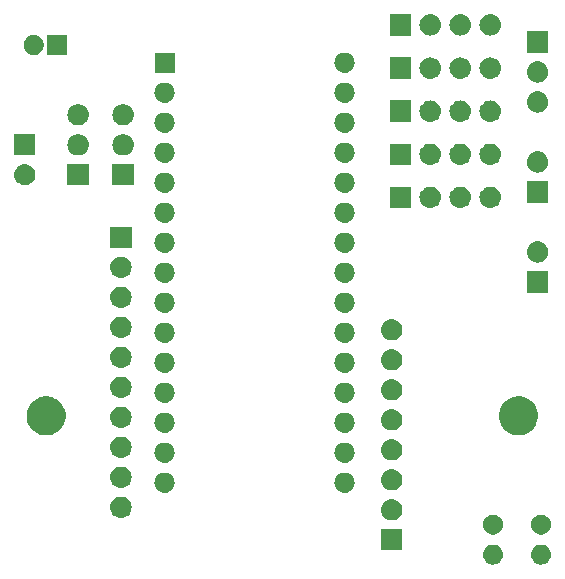
<source format=gbr>
%TF.GenerationSoftware,KiCad,Pcbnew,(5.0.1-3-g963ef8bb5)*%
%TF.CreationDate,2019-05-01T13:09:07-04:00*%
%TF.ProjectId,VHSBase,564853426173652E6B696361645F7063,rev?*%
%TF.SameCoordinates,Original*%
%TF.FileFunction,Soldermask,Bot*%
%TF.FilePolarity,Negative*%
%FSLAX46Y46*%
G04 Gerber Fmt 4.6, Leading zero omitted, Abs format (unit mm)*
G04 Created by KiCad (PCBNEW (5.0.1-3-g963ef8bb5)) date Wednesday, May 01, 2019 at 01:09:07 pm*
%MOMM*%
%LPD*%
G01*
G04 APERTURE LIST*
%ADD10C,0.100000*%
G04 APERTURE END LIST*
D10*
G36*
X133010821Y-104509313D02*
X133010824Y-104509314D01*
X133010825Y-104509314D01*
X133171239Y-104557975D01*
X133171241Y-104557976D01*
X133171244Y-104557977D01*
X133319078Y-104636995D01*
X133448659Y-104743341D01*
X133555005Y-104872922D01*
X133634023Y-105020756D01*
X133682687Y-105181179D01*
X133699117Y-105348000D01*
X133682687Y-105514821D01*
X133634023Y-105675244D01*
X133555005Y-105823078D01*
X133448659Y-105952659D01*
X133319078Y-106059005D01*
X133171244Y-106138023D01*
X133171241Y-106138024D01*
X133171239Y-106138025D01*
X133010825Y-106186686D01*
X133010824Y-106186686D01*
X133010821Y-106186687D01*
X132885804Y-106199000D01*
X132802196Y-106199000D01*
X132677179Y-106186687D01*
X132677176Y-106186686D01*
X132677175Y-106186686D01*
X132516761Y-106138025D01*
X132516759Y-106138024D01*
X132516756Y-106138023D01*
X132368922Y-106059005D01*
X132239341Y-105952659D01*
X132132995Y-105823078D01*
X132053977Y-105675244D01*
X132005313Y-105514821D01*
X131988883Y-105348000D01*
X132005313Y-105181179D01*
X132053977Y-105020756D01*
X132132995Y-104872922D01*
X132239341Y-104743341D01*
X132368922Y-104636995D01*
X132516756Y-104557977D01*
X132516759Y-104557976D01*
X132516761Y-104557975D01*
X132677175Y-104509314D01*
X132677176Y-104509314D01*
X132677179Y-104509313D01*
X132802196Y-104497000D01*
X132885804Y-104497000D01*
X133010821Y-104509313D01*
X133010821Y-104509313D01*
G37*
G36*
X128946821Y-104509313D02*
X128946824Y-104509314D01*
X128946825Y-104509314D01*
X129107239Y-104557975D01*
X129107241Y-104557976D01*
X129107244Y-104557977D01*
X129255078Y-104636995D01*
X129384659Y-104743341D01*
X129491005Y-104872922D01*
X129570023Y-105020756D01*
X129618687Y-105181179D01*
X129635117Y-105348000D01*
X129618687Y-105514821D01*
X129570023Y-105675244D01*
X129491005Y-105823078D01*
X129384659Y-105952659D01*
X129255078Y-106059005D01*
X129107244Y-106138023D01*
X129107241Y-106138024D01*
X129107239Y-106138025D01*
X128946825Y-106186686D01*
X128946824Y-106186686D01*
X128946821Y-106186687D01*
X128821804Y-106199000D01*
X128738196Y-106199000D01*
X128613179Y-106186687D01*
X128613176Y-106186686D01*
X128613175Y-106186686D01*
X128452761Y-106138025D01*
X128452759Y-106138024D01*
X128452756Y-106138023D01*
X128304922Y-106059005D01*
X128175341Y-105952659D01*
X128068995Y-105823078D01*
X127989977Y-105675244D01*
X127941313Y-105514821D01*
X127924883Y-105348000D01*
X127941313Y-105181179D01*
X127989977Y-105020756D01*
X128068995Y-104872922D01*
X128175341Y-104743341D01*
X128304922Y-104636995D01*
X128452756Y-104557977D01*
X128452759Y-104557976D01*
X128452761Y-104557975D01*
X128613175Y-104509314D01*
X128613176Y-104509314D01*
X128613179Y-104509313D01*
X128738196Y-104497000D01*
X128821804Y-104497000D01*
X128946821Y-104509313D01*
X128946821Y-104509313D01*
G37*
G36*
X121101000Y-105001000D02*
X119299000Y-105001000D01*
X119299000Y-103199000D01*
X121101000Y-103199000D01*
X121101000Y-105001000D01*
X121101000Y-105001000D01*
G37*
G36*
X133092228Y-101989703D02*
X133247100Y-102053853D01*
X133386481Y-102146985D01*
X133505015Y-102265519D01*
X133598147Y-102404900D01*
X133662297Y-102559772D01*
X133695000Y-102724184D01*
X133695000Y-102891816D01*
X133662297Y-103056228D01*
X133598147Y-103211100D01*
X133505015Y-103350481D01*
X133386481Y-103469015D01*
X133247100Y-103562147D01*
X133092228Y-103626297D01*
X132927816Y-103659000D01*
X132760184Y-103659000D01*
X132595772Y-103626297D01*
X132440900Y-103562147D01*
X132301519Y-103469015D01*
X132182985Y-103350481D01*
X132089853Y-103211100D01*
X132025703Y-103056228D01*
X131993000Y-102891816D01*
X131993000Y-102724184D01*
X132025703Y-102559772D01*
X132089853Y-102404900D01*
X132182985Y-102265519D01*
X132301519Y-102146985D01*
X132440900Y-102053853D01*
X132595772Y-101989703D01*
X132760184Y-101957000D01*
X132927816Y-101957000D01*
X133092228Y-101989703D01*
X133092228Y-101989703D01*
G37*
G36*
X129028228Y-101989703D02*
X129183100Y-102053853D01*
X129322481Y-102146985D01*
X129441015Y-102265519D01*
X129534147Y-102404900D01*
X129598297Y-102559772D01*
X129631000Y-102724184D01*
X129631000Y-102891816D01*
X129598297Y-103056228D01*
X129534147Y-103211100D01*
X129441015Y-103350481D01*
X129322481Y-103469015D01*
X129183100Y-103562147D01*
X129028228Y-103626297D01*
X128863816Y-103659000D01*
X128696184Y-103659000D01*
X128531772Y-103626297D01*
X128376900Y-103562147D01*
X128237519Y-103469015D01*
X128118985Y-103350481D01*
X128025853Y-103211100D01*
X127961703Y-103056228D01*
X127929000Y-102891816D01*
X127929000Y-102724184D01*
X127961703Y-102559772D01*
X128025853Y-102404900D01*
X128118985Y-102265519D01*
X128237519Y-102146985D01*
X128376900Y-102053853D01*
X128531772Y-101989703D01*
X128696184Y-101957000D01*
X128863816Y-101957000D01*
X129028228Y-101989703D01*
X129028228Y-101989703D01*
G37*
G36*
X120310442Y-100665518D02*
X120376627Y-100672037D01*
X120487975Y-100705814D01*
X120546467Y-100723557D01*
X120685087Y-100797652D01*
X120702991Y-100807222D01*
X120738729Y-100836552D01*
X120840186Y-100919814D01*
X120923448Y-101021271D01*
X120952778Y-101057009D01*
X120952779Y-101057011D01*
X121036443Y-101213533D01*
X121036443Y-101213534D01*
X121087963Y-101383373D01*
X121105359Y-101560000D01*
X121087963Y-101736627D01*
X121053878Y-101848989D01*
X121036443Y-101906467D01*
X120991952Y-101989703D01*
X120952778Y-102062991D01*
X120923448Y-102098729D01*
X120840186Y-102200186D01*
X120760576Y-102265519D01*
X120702991Y-102312778D01*
X120702989Y-102312779D01*
X120546467Y-102396443D01*
X120518587Y-102404900D01*
X120376627Y-102447963D01*
X120310443Y-102454481D01*
X120244260Y-102461000D01*
X120155740Y-102461000D01*
X120089557Y-102454481D01*
X120023373Y-102447963D01*
X119881413Y-102404900D01*
X119853533Y-102396443D01*
X119697011Y-102312779D01*
X119697009Y-102312778D01*
X119639424Y-102265519D01*
X119559814Y-102200186D01*
X119476552Y-102098729D01*
X119447222Y-102062991D01*
X119408048Y-101989703D01*
X119363557Y-101906467D01*
X119346122Y-101848989D01*
X119312037Y-101736627D01*
X119294641Y-101560000D01*
X119312037Y-101383373D01*
X119363557Y-101213534D01*
X119363557Y-101213533D01*
X119447221Y-101057011D01*
X119447222Y-101057009D01*
X119476552Y-101021271D01*
X119559814Y-100919814D01*
X119661271Y-100836552D01*
X119697009Y-100807222D01*
X119714913Y-100797652D01*
X119853533Y-100723557D01*
X119912025Y-100705814D01*
X120023373Y-100672037D01*
X120089558Y-100665518D01*
X120155740Y-100659000D01*
X120244260Y-100659000D01*
X120310442Y-100665518D01*
X120310442Y-100665518D01*
G37*
G36*
X97392443Y-100451519D02*
X97458627Y-100458037D01*
X97571853Y-100492384D01*
X97628467Y-100509557D01*
X97767087Y-100583652D01*
X97784991Y-100593222D01*
X97820729Y-100622552D01*
X97922186Y-100705814D01*
X98005407Y-100807221D01*
X98034778Y-100843009D01*
X98034779Y-100843011D01*
X98118443Y-100999533D01*
X98118443Y-100999534D01*
X98169963Y-101169373D01*
X98187359Y-101346000D01*
X98169963Y-101522627D01*
X98158626Y-101560000D01*
X98118443Y-101692467D01*
X98044348Y-101831087D01*
X98034778Y-101848991D01*
X98005448Y-101884729D01*
X97922186Y-101986186D01*
X97839732Y-102053853D01*
X97784991Y-102098778D01*
X97784989Y-102098779D01*
X97628467Y-102182443D01*
X97571853Y-102199616D01*
X97458627Y-102233963D01*
X97392443Y-102240481D01*
X97326260Y-102247000D01*
X97237740Y-102247000D01*
X97171557Y-102240481D01*
X97105373Y-102233963D01*
X96992147Y-102199616D01*
X96935533Y-102182443D01*
X96779011Y-102098779D01*
X96779009Y-102098778D01*
X96724268Y-102053853D01*
X96641814Y-101986186D01*
X96558552Y-101884729D01*
X96529222Y-101848991D01*
X96519652Y-101831087D01*
X96445557Y-101692467D01*
X96405374Y-101560000D01*
X96394037Y-101522627D01*
X96376641Y-101346000D01*
X96394037Y-101169373D01*
X96445557Y-100999534D01*
X96445557Y-100999533D01*
X96529221Y-100843011D01*
X96529222Y-100843009D01*
X96558593Y-100807221D01*
X96641814Y-100705814D01*
X96743271Y-100622552D01*
X96779009Y-100593222D01*
X96796913Y-100583652D01*
X96935533Y-100509557D01*
X96992147Y-100492384D01*
X97105373Y-100458037D01*
X97171557Y-100451519D01*
X97237740Y-100445000D01*
X97326260Y-100445000D01*
X97392443Y-100451519D01*
X97392443Y-100451519D01*
G37*
G36*
X116381821Y-98416313D02*
X116381824Y-98416314D01*
X116381825Y-98416314D01*
X116542239Y-98464975D01*
X116542241Y-98464976D01*
X116542244Y-98464977D01*
X116690078Y-98543995D01*
X116819659Y-98650341D01*
X116926005Y-98779922D01*
X117005023Y-98927756D01*
X117005024Y-98927759D01*
X117005025Y-98927761D01*
X117021668Y-98982627D01*
X117053687Y-99088179D01*
X117070117Y-99255000D01*
X117053687Y-99421821D01*
X117053686Y-99421824D01*
X117053686Y-99421825D01*
X117012142Y-99558779D01*
X117005023Y-99582244D01*
X116926005Y-99730078D01*
X116819659Y-99859659D01*
X116690078Y-99966005D01*
X116542244Y-100045023D01*
X116542241Y-100045024D01*
X116542239Y-100045025D01*
X116381825Y-100093686D01*
X116381824Y-100093686D01*
X116381821Y-100093687D01*
X116256804Y-100106000D01*
X116173196Y-100106000D01*
X116048179Y-100093687D01*
X116048176Y-100093686D01*
X116048175Y-100093686D01*
X115887761Y-100045025D01*
X115887759Y-100045024D01*
X115887756Y-100045023D01*
X115739922Y-99966005D01*
X115610341Y-99859659D01*
X115503995Y-99730078D01*
X115424977Y-99582244D01*
X115417859Y-99558779D01*
X115376314Y-99421825D01*
X115376314Y-99421824D01*
X115376313Y-99421821D01*
X115359883Y-99255000D01*
X115376313Y-99088179D01*
X115408332Y-98982627D01*
X115424975Y-98927761D01*
X115424976Y-98927759D01*
X115424977Y-98927756D01*
X115503995Y-98779922D01*
X115610341Y-98650341D01*
X115739922Y-98543995D01*
X115887756Y-98464977D01*
X115887759Y-98464976D01*
X115887761Y-98464975D01*
X116048175Y-98416314D01*
X116048176Y-98416314D01*
X116048179Y-98416313D01*
X116173196Y-98404000D01*
X116256804Y-98404000D01*
X116381821Y-98416313D01*
X116381821Y-98416313D01*
G37*
G36*
X101141821Y-98416313D02*
X101141824Y-98416314D01*
X101141825Y-98416314D01*
X101302239Y-98464975D01*
X101302241Y-98464976D01*
X101302244Y-98464977D01*
X101450078Y-98543995D01*
X101579659Y-98650341D01*
X101686005Y-98779922D01*
X101765023Y-98927756D01*
X101765024Y-98927759D01*
X101765025Y-98927761D01*
X101781668Y-98982627D01*
X101813687Y-99088179D01*
X101830117Y-99255000D01*
X101813687Y-99421821D01*
X101813686Y-99421824D01*
X101813686Y-99421825D01*
X101772142Y-99558779D01*
X101765023Y-99582244D01*
X101686005Y-99730078D01*
X101579659Y-99859659D01*
X101450078Y-99966005D01*
X101302244Y-100045023D01*
X101302241Y-100045024D01*
X101302239Y-100045025D01*
X101141825Y-100093686D01*
X101141824Y-100093686D01*
X101141821Y-100093687D01*
X101016804Y-100106000D01*
X100933196Y-100106000D01*
X100808179Y-100093687D01*
X100808176Y-100093686D01*
X100808175Y-100093686D01*
X100647761Y-100045025D01*
X100647759Y-100045024D01*
X100647756Y-100045023D01*
X100499922Y-99966005D01*
X100370341Y-99859659D01*
X100263995Y-99730078D01*
X100184977Y-99582244D01*
X100177859Y-99558779D01*
X100136314Y-99421825D01*
X100136314Y-99421824D01*
X100136313Y-99421821D01*
X100119883Y-99255000D01*
X100136313Y-99088179D01*
X100168332Y-98982627D01*
X100184975Y-98927761D01*
X100184976Y-98927759D01*
X100184977Y-98927756D01*
X100263995Y-98779922D01*
X100370341Y-98650341D01*
X100499922Y-98543995D01*
X100647756Y-98464977D01*
X100647759Y-98464976D01*
X100647761Y-98464975D01*
X100808175Y-98416314D01*
X100808176Y-98416314D01*
X100808179Y-98416313D01*
X100933196Y-98404000D01*
X101016804Y-98404000D01*
X101141821Y-98416313D01*
X101141821Y-98416313D01*
G37*
G36*
X120310443Y-98125519D02*
X120376627Y-98132037D01*
X120487975Y-98165814D01*
X120546467Y-98183557D01*
X120685087Y-98257652D01*
X120702991Y-98267222D01*
X120738729Y-98296552D01*
X120840186Y-98379814D01*
X120910076Y-98464977D01*
X120952778Y-98517009D01*
X120952779Y-98517011D01*
X121036443Y-98673533D01*
X121036443Y-98673534D01*
X121087963Y-98843373D01*
X121105359Y-99020000D01*
X121087963Y-99196627D01*
X121053878Y-99308989D01*
X121036443Y-99366467D01*
X120962348Y-99505087D01*
X120952778Y-99522991D01*
X120923448Y-99558729D01*
X120840186Y-99660186D01*
X120755021Y-99730078D01*
X120702991Y-99772778D01*
X120702989Y-99772779D01*
X120546467Y-99856443D01*
X120489853Y-99873616D01*
X120376627Y-99907963D01*
X120310443Y-99914481D01*
X120244260Y-99921000D01*
X120155740Y-99921000D01*
X120089557Y-99914481D01*
X120023373Y-99907963D01*
X119910147Y-99873616D01*
X119853533Y-99856443D01*
X119697011Y-99772779D01*
X119697009Y-99772778D01*
X119644979Y-99730078D01*
X119559814Y-99660186D01*
X119476552Y-99558729D01*
X119447222Y-99522991D01*
X119437652Y-99505087D01*
X119363557Y-99366467D01*
X119346122Y-99308989D01*
X119312037Y-99196627D01*
X119294641Y-99020000D01*
X119312037Y-98843373D01*
X119363557Y-98673534D01*
X119363557Y-98673533D01*
X119447221Y-98517011D01*
X119447222Y-98517009D01*
X119489924Y-98464977D01*
X119559814Y-98379814D01*
X119661271Y-98296552D01*
X119697009Y-98267222D01*
X119714913Y-98257652D01*
X119853533Y-98183557D01*
X119912025Y-98165814D01*
X120023373Y-98132037D01*
X120089557Y-98125519D01*
X120155740Y-98119000D01*
X120244260Y-98119000D01*
X120310443Y-98125519D01*
X120310443Y-98125519D01*
G37*
G36*
X97392442Y-97911518D02*
X97458627Y-97918037D01*
X97571853Y-97952384D01*
X97628467Y-97969557D01*
X97767087Y-98043652D01*
X97784991Y-98053222D01*
X97820729Y-98082552D01*
X97922186Y-98165814D01*
X98005407Y-98267221D01*
X98034778Y-98303009D01*
X98034779Y-98303011D01*
X98118443Y-98459533D01*
X98118443Y-98459534D01*
X98169963Y-98629373D01*
X98187359Y-98806000D01*
X98169963Y-98982627D01*
X98158626Y-99020000D01*
X98118443Y-99152467D01*
X98063637Y-99255000D01*
X98034778Y-99308991D01*
X98005448Y-99344729D01*
X97922186Y-99446186D01*
X97828600Y-99522989D01*
X97784991Y-99558778D01*
X97784989Y-99558779D01*
X97628467Y-99642443D01*
X97571853Y-99659616D01*
X97458627Y-99693963D01*
X97392442Y-99700482D01*
X97326260Y-99707000D01*
X97237740Y-99707000D01*
X97171558Y-99700482D01*
X97105373Y-99693963D01*
X96992147Y-99659616D01*
X96935533Y-99642443D01*
X96779011Y-99558779D01*
X96779009Y-99558778D01*
X96735400Y-99522989D01*
X96641814Y-99446186D01*
X96558552Y-99344729D01*
X96529222Y-99308991D01*
X96500363Y-99255000D01*
X96445557Y-99152467D01*
X96405374Y-99020000D01*
X96394037Y-98982627D01*
X96376641Y-98806000D01*
X96394037Y-98629373D01*
X96445557Y-98459534D01*
X96445557Y-98459533D01*
X96529221Y-98303011D01*
X96529222Y-98303009D01*
X96558593Y-98267221D01*
X96641814Y-98165814D01*
X96743271Y-98082552D01*
X96779009Y-98053222D01*
X96796913Y-98043652D01*
X96935533Y-97969557D01*
X96992147Y-97952384D01*
X97105373Y-97918037D01*
X97171558Y-97911518D01*
X97237740Y-97905000D01*
X97326260Y-97905000D01*
X97392442Y-97911518D01*
X97392442Y-97911518D01*
G37*
G36*
X116381821Y-95876313D02*
X116381824Y-95876314D01*
X116381825Y-95876314D01*
X116542239Y-95924975D01*
X116542241Y-95924976D01*
X116542244Y-95924977D01*
X116690078Y-96003995D01*
X116819659Y-96110341D01*
X116926005Y-96239922D01*
X117005023Y-96387756D01*
X117005024Y-96387759D01*
X117005025Y-96387761D01*
X117021668Y-96442627D01*
X117053687Y-96548179D01*
X117070117Y-96715000D01*
X117053687Y-96881821D01*
X117053686Y-96881824D01*
X117053686Y-96881825D01*
X117012142Y-97018779D01*
X117005023Y-97042244D01*
X116926005Y-97190078D01*
X116819659Y-97319659D01*
X116690078Y-97426005D01*
X116542244Y-97505023D01*
X116542241Y-97505024D01*
X116542239Y-97505025D01*
X116381825Y-97553686D01*
X116381824Y-97553686D01*
X116381821Y-97553687D01*
X116256804Y-97566000D01*
X116173196Y-97566000D01*
X116048179Y-97553687D01*
X116048176Y-97553686D01*
X116048175Y-97553686D01*
X115887761Y-97505025D01*
X115887759Y-97505024D01*
X115887756Y-97505023D01*
X115739922Y-97426005D01*
X115610341Y-97319659D01*
X115503995Y-97190078D01*
X115424977Y-97042244D01*
X115417859Y-97018779D01*
X115376314Y-96881825D01*
X115376314Y-96881824D01*
X115376313Y-96881821D01*
X115359883Y-96715000D01*
X115376313Y-96548179D01*
X115408332Y-96442627D01*
X115424975Y-96387761D01*
X115424976Y-96387759D01*
X115424977Y-96387756D01*
X115503995Y-96239922D01*
X115610341Y-96110341D01*
X115739922Y-96003995D01*
X115887756Y-95924977D01*
X115887759Y-95924976D01*
X115887761Y-95924975D01*
X116048175Y-95876314D01*
X116048176Y-95876314D01*
X116048179Y-95876313D01*
X116173196Y-95864000D01*
X116256804Y-95864000D01*
X116381821Y-95876313D01*
X116381821Y-95876313D01*
G37*
G36*
X101141821Y-95876313D02*
X101141824Y-95876314D01*
X101141825Y-95876314D01*
X101302239Y-95924975D01*
X101302241Y-95924976D01*
X101302244Y-95924977D01*
X101450078Y-96003995D01*
X101579659Y-96110341D01*
X101686005Y-96239922D01*
X101765023Y-96387756D01*
X101765024Y-96387759D01*
X101765025Y-96387761D01*
X101781668Y-96442627D01*
X101813687Y-96548179D01*
X101830117Y-96715000D01*
X101813687Y-96881821D01*
X101813686Y-96881824D01*
X101813686Y-96881825D01*
X101772142Y-97018779D01*
X101765023Y-97042244D01*
X101686005Y-97190078D01*
X101579659Y-97319659D01*
X101450078Y-97426005D01*
X101302244Y-97505023D01*
X101302241Y-97505024D01*
X101302239Y-97505025D01*
X101141825Y-97553686D01*
X101141824Y-97553686D01*
X101141821Y-97553687D01*
X101016804Y-97566000D01*
X100933196Y-97566000D01*
X100808179Y-97553687D01*
X100808176Y-97553686D01*
X100808175Y-97553686D01*
X100647761Y-97505025D01*
X100647759Y-97505024D01*
X100647756Y-97505023D01*
X100499922Y-97426005D01*
X100370341Y-97319659D01*
X100263995Y-97190078D01*
X100184977Y-97042244D01*
X100177859Y-97018779D01*
X100136314Y-96881825D01*
X100136314Y-96881824D01*
X100136313Y-96881821D01*
X100119883Y-96715000D01*
X100136313Y-96548179D01*
X100168332Y-96442627D01*
X100184975Y-96387761D01*
X100184976Y-96387759D01*
X100184977Y-96387756D01*
X100263995Y-96239922D01*
X100370341Y-96110341D01*
X100499922Y-96003995D01*
X100647756Y-95924977D01*
X100647759Y-95924976D01*
X100647761Y-95924975D01*
X100808175Y-95876314D01*
X100808176Y-95876314D01*
X100808179Y-95876313D01*
X100933196Y-95864000D01*
X101016804Y-95864000D01*
X101141821Y-95876313D01*
X101141821Y-95876313D01*
G37*
G36*
X120310443Y-95585519D02*
X120376627Y-95592037D01*
X120487975Y-95625814D01*
X120546467Y-95643557D01*
X120685087Y-95717652D01*
X120702991Y-95727222D01*
X120738729Y-95756552D01*
X120840186Y-95839814D01*
X120910076Y-95924977D01*
X120952778Y-95977009D01*
X120952779Y-95977011D01*
X121036443Y-96133533D01*
X121036443Y-96133534D01*
X121087963Y-96303373D01*
X121105359Y-96480000D01*
X121087963Y-96656627D01*
X121053878Y-96768989D01*
X121036443Y-96826467D01*
X120962348Y-96965087D01*
X120952778Y-96982991D01*
X120923448Y-97018729D01*
X120840186Y-97120186D01*
X120755021Y-97190078D01*
X120702991Y-97232778D01*
X120702989Y-97232779D01*
X120546467Y-97316443D01*
X120489853Y-97333616D01*
X120376627Y-97367963D01*
X120310443Y-97374481D01*
X120244260Y-97381000D01*
X120155740Y-97381000D01*
X120089558Y-97374482D01*
X120023373Y-97367963D01*
X119910147Y-97333616D01*
X119853533Y-97316443D01*
X119697011Y-97232779D01*
X119697009Y-97232778D01*
X119644979Y-97190078D01*
X119559814Y-97120186D01*
X119476552Y-97018729D01*
X119447222Y-96982991D01*
X119437652Y-96965087D01*
X119363557Y-96826467D01*
X119346122Y-96768989D01*
X119312037Y-96656627D01*
X119294641Y-96480000D01*
X119312037Y-96303373D01*
X119363557Y-96133534D01*
X119363557Y-96133533D01*
X119447221Y-95977011D01*
X119447222Y-95977009D01*
X119489924Y-95924977D01*
X119559814Y-95839814D01*
X119661271Y-95756552D01*
X119697009Y-95727222D01*
X119714913Y-95717652D01*
X119853533Y-95643557D01*
X119912025Y-95625814D01*
X120023373Y-95592037D01*
X120089558Y-95585518D01*
X120155740Y-95579000D01*
X120244260Y-95579000D01*
X120310443Y-95585519D01*
X120310443Y-95585519D01*
G37*
G36*
X97392443Y-95371519D02*
X97458627Y-95378037D01*
X97571853Y-95412384D01*
X97628467Y-95429557D01*
X97767087Y-95503652D01*
X97784991Y-95513222D01*
X97820729Y-95542552D01*
X97922186Y-95625814D01*
X98005407Y-95727221D01*
X98034778Y-95763009D01*
X98034779Y-95763011D01*
X98118443Y-95919533D01*
X98118443Y-95919534D01*
X98169963Y-96089373D01*
X98187359Y-96266000D01*
X98169963Y-96442627D01*
X98158626Y-96480000D01*
X98118443Y-96612467D01*
X98063637Y-96715000D01*
X98034778Y-96768991D01*
X98005448Y-96804729D01*
X97922186Y-96906186D01*
X97828600Y-96982989D01*
X97784991Y-97018778D01*
X97784989Y-97018779D01*
X97628467Y-97102443D01*
X97571853Y-97119616D01*
X97458627Y-97153963D01*
X97392443Y-97160481D01*
X97326260Y-97167000D01*
X97237740Y-97167000D01*
X97171557Y-97160481D01*
X97105373Y-97153963D01*
X96992147Y-97119616D01*
X96935533Y-97102443D01*
X96779011Y-97018779D01*
X96779009Y-97018778D01*
X96735400Y-96982989D01*
X96641814Y-96906186D01*
X96558552Y-96804729D01*
X96529222Y-96768991D01*
X96500363Y-96715000D01*
X96445557Y-96612467D01*
X96405374Y-96480000D01*
X96394037Y-96442627D01*
X96376641Y-96266000D01*
X96394037Y-96089373D01*
X96445557Y-95919534D01*
X96445557Y-95919533D01*
X96529221Y-95763011D01*
X96529222Y-95763009D01*
X96558593Y-95727221D01*
X96641814Y-95625814D01*
X96743271Y-95542552D01*
X96779009Y-95513222D01*
X96796913Y-95503652D01*
X96935533Y-95429557D01*
X96992147Y-95412384D01*
X97105373Y-95378037D01*
X97171557Y-95371519D01*
X97237740Y-95365000D01*
X97326260Y-95365000D01*
X97392443Y-95371519D01*
X97392443Y-95371519D01*
G37*
G36*
X131325256Y-91991298D02*
X131431579Y-92012447D01*
X131732042Y-92136903D01*
X131755802Y-92152779D01*
X132002454Y-92317587D01*
X132232413Y-92547546D01*
X132232415Y-92547549D01*
X132413097Y-92817958D01*
X132524047Y-93085814D01*
X132537553Y-93118422D01*
X132600925Y-93437011D01*
X132601000Y-93437391D01*
X132601000Y-93762609D01*
X132537553Y-94081579D01*
X132449550Y-94294037D01*
X132429756Y-94341825D01*
X132413097Y-94382042D01*
X132280702Y-94580185D01*
X132232413Y-94652454D01*
X132002454Y-94882413D01*
X132002451Y-94882415D01*
X131732042Y-95063097D01*
X131431579Y-95187553D01*
X131325256Y-95208702D01*
X131112611Y-95251000D01*
X130787389Y-95251000D01*
X130574744Y-95208702D01*
X130468421Y-95187553D01*
X130167958Y-95063097D01*
X129897549Y-94882415D01*
X129897546Y-94882413D01*
X129667587Y-94652454D01*
X129619298Y-94580185D01*
X129486903Y-94382042D01*
X129470245Y-94341825D01*
X129450450Y-94294037D01*
X129362447Y-94081579D01*
X129299000Y-93762609D01*
X129299000Y-93437391D01*
X129299076Y-93437011D01*
X129362447Y-93118422D01*
X129375954Y-93085814D01*
X129486903Y-92817958D01*
X129667585Y-92547549D01*
X129667587Y-92547546D01*
X129897546Y-92317587D01*
X130144198Y-92152779D01*
X130167958Y-92136903D01*
X130468421Y-92012447D01*
X130574744Y-91991298D01*
X130787389Y-91949000D01*
X131112611Y-91949000D01*
X131325256Y-91991298D01*
X131325256Y-91991298D01*
G37*
G36*
X91325256Y-91991298D02*
X91431579Y-92012447D01*
X91732042Y-92136903D01*
X91755802Y-92152779D01*
X92002454Y-92317587D01*
X92232413Y-92547546D01*
X92232415Y-92547549D01*
X92413097Y-92817958D01*
X92524047Y-93085814D01*
X92537553Y-93118422D01*
X92600925Y-93437011D01*
X92601000Y-93437391D01*
X92601000Y-93762609D01*
X92537553Y-94081579D01*
X92449550Y-94294037D01*
X92429756Y-94341825D01*
X92413097Y-94382042D01*
X92280702Y-94580185D01*
X92232413Y-94652454D01*
X92002454Y-94882413D01*
X92002451Y-94882415D01*
X91732042Y-95063097D01*
X91431579Y-95187553D01*
X91325256Y-95208702D01*
X91112611Y-95251000D01*
X90787389Y-95251000D01*
X90574744Y-95208702D01*
X90468421Y-95187553D01*
X90167958Y-95063097D01*
X89897549Y-94882415D01*
X89897546Y-94882413D01*
X89667587Y-94652454D01*
X89619298Y-94580185D01*
X89486903Y-94382042D01*
X89470245Y-94341825D01*
X89450450Y-94294037D01*
X89362447Y-94081579D01*
X89299000Y-93762609D01*
X89299000Y-93437391D01*
X89299076Y-93437011D01*
X89362447Y-93118422D01*
X89375954Y-93085814D01*
X89486903Y-92817958D01*
X89667585Y-92547549D01*
X89667587Y-92547546D01*
X89897546Y-92317587D01*
X90144198Y-92152779D01*
X90167958Y-92136903D01*
X90468421Y-92012447D01*
X90574744Y-91991298D01*
X90787389Y-91949000D01*
X91112611Y-91949000D01*
X91325256Y-91991298D01*
X91325256Y-91991298D01*
G37*
G36*
X116381821Y-93336313D02*
X116381824Y-93336314D01*
X116381825Y-93336314D01*
X116542239Y-93384975D01*
X116542241Y-93384976D01*
X116542244Y-93384977D01*
X116690078Y-93463995D01*
X116819659Y-93570341D01*
X116926005Y-93699922D01*
X117005023Y-93847756D01*
X117005024Y-93847759D01*
X117005025Y-93847761D01*
X117021668Y-93902627D01*
X117053687Y-94008179D01*
X117070117Y-94175000D01*
X117053687Y-94341821D01*
X117053686Y-94341824D01*
X117053686Y-94341825D01*
X117012142Y-94478779D01*
X117005023Y-94502244D01*
X116926005Y-94650078D01*
X116819659Y-94779659D01*
X116690078Y-94886005D01*
X116542244Y-94965023D01*
X116542241Y-94965024D01*
X116542239Y-94965025D01*
X116381825Y-95013686D01*
X116381824Y-95013686D01*
X116381821Y-95013687D01*
X116256804Y-95026000D01*
X116173196Y-95026000D01*
X116048179Y-95013687D01*
X116048176Y-95013686D01*
X116048175Y-95013686D01*
X115887761Y-94965025D01*
X115887759Y-94965024D01*
X115887756Y-94965023D01*
X115739922Y-94886005D01*
X115610341Y-94779659D01*
X115503995Y-94650078D01*
X115424977Y-94502244D01*
X115417859Y-94478779D01*
X115376314Y-94341825D01*
X115376314Y-94341824D01*
X115376313Y-94341821D01*
X115359883Y-94175000D01*
X115376313Y-94008179D01*
X115408332Y-93902627D01*
X115424975Y-93847761D01*
X115424976Y-93847759D01*
X115424977Y-93847756D01*
X115503995Y-93699922D01*
X115610341Y-93570341D01*
X115739922Y-93463995D01*
X115887756Y-93384977D01*
X115887759Y-93384976D01*
X115887761Y-93384975D01*
X116048175Y-93336314D01*
X116048176Y-93336314D01*
X116048179Y-93336313D01*
X116173196Y-93324000D01*
X116256804Y-93324000D01*
X116381821Y-93336313D01*
X116381821Y-93336313D01*
G37*
G36*
X101141821Y-93336313D02*
X101141824Y-93336314D01*
X101141825Y-93336314D01*
X101302239Y-93384975D01*
X101302241Y-93384976D01*
X101302244Y-93384977D01*
X101450078Y-93463995D01*
X101579659Y-93570341D01*
X101686005Y-93699922D01*
X101765023Y-93847756D01*
X101765024Y-93847759D01*
X101765025Y-93847761D01*
X101781668Y-93902627D01*
X101813687Y-94008179D01*
X101830117Y-94175000D01*
X101813687Y-94341821D01*
X101813686Y-94341824D01*
X101813686Y-94341825D01*
X101772142Y-94478779D01*
X101765023Y-94502244D01*
X101686005Y-94650078D01*
X101579659Y-94779659D01*
X101450078Y-94886005D01*
X101302244Y-94965023D01*
X101302241Y-94965024D01*
X101302239Y-94965025D01*
X101141825Y-95013686D01*
X101141824Y-95013686D01*
X101141821Y-95013687D01*
X101016804Y-95026000D01*
X100933196Y-95026000D01*
X100808179Y-95013687D01*
X100808176Y-95013686D01*
X100808175Y-95013686D01*
X100647761Y-94965025D01*
X100647759Y-94965024D01*
X100647756Y-94965023D01*
X100499922Y-94886005D01*
X100370341Y-94779659D01*
X100263995Y-94650078D01*
X100184977Y-94502244D01*
X100177859Y-94478779D01*
X100136314Y-94341825D01*
X100136314Y-94341824D01*
X100136313Y-94341821D01*
X100119883Y-94175000D01*
X100136313Y-94008179D01*
X100168332Y-93902627D01*
X100184975Y-93847761D01*
X100184976Y-93847759D01*
X100184977Y-93847756D01*
X100263995Y-93699922D01*
X100370341Y-93570341D01*
X100499922Y-93463995D01*
X100647756Y-93384977D01*
X100647759Y-93384976D01*
X100647761Y-93384975D01*
X100808175Y-93336314D01*
X100808176Y-93336314D01*
X100808179Y-93336313D01*
X100933196Y-93324000D01*
X101016804Y-93324000D01*
X101141821Y-93336313D01*
X101141821Y-93336313D01*
G37*
G36*
X120310442Y-93045518D02*
X120376627Y-93052037D01*
X120487975Y-93085814D01*
X120546467Y-93103557D01*
X120685087Y-93177652D01*
X120702991Y-93187222D01*
X120738729Y-93216552D01*
X120840186Y-93299814D01*
X120910076Y-93384977D01*
X120952778Y-93437009D01*
X120952779Y-93437011D01*
X121036443Y-93593533D01*
X121036443Y-93593534D01*
X121087963Y-93763373D01*
X121105359Y-93940000D01*
X121087963Y-94116627D01*
X121053878Y-94228989D01*
X121036443Y-94286467D01*
X120985357Y-94382040D01*
X120952778Y-94442991D01*
X120923448Y-94478729D01*
X120840186Y-94580186D01*
X120752126Y-94652454D01*
X120702991Y-94692778D01*
X120702989Y-94692779D01*
X120546467Y-94776443D01*
X120489853Y-94793616D01*
X120376627Y-94827963D01*
X120310443Y-94834481D01*
X120244260Y-94841000D01*
X120155740Y-94841000D01*
X120089557Y-94834481D01*
X120023373Y-94827963D01*
X119910147Y-94793616D01*
X119853533Y-94776443D01*
X119697011Y-94692779D01*
X119697009Y-94692778D01*
X119647874Y-94652454D01*
X119559814Y-94580186D01*
X119476552Y-94478729D01*
X119447222Y-94442991D01*
X119414643Y-94382040D01*
X119363557Y-94286467D01*
X119346122Y-94228989D01*
X119312037Y-94116627D01*
X119294641Y-93940000D01*
X119312037Y-93763373D01*
X119363557Y-93593534D01*
X119363557Y-93593533D01*
X119447221Y-93437011D01*
X119447222Y-93437009D01*
X119489924Y-93384977D01*
X119559814Y-93299814D01*
X119661271Y-93216552D01*
X119697009Y-93187222D01*
X119714913Y-93177652D01*
X119853533Y-93103557D01*
X119912025Y-93085814D01*
X120023373Y-93052037D01*
X120089558Y-93045518D01*
X120155740Y-93039000D01*
X120244260Y-93039000D01*
X120310442Y-93045518D01*
X120310442Y-93045518D01*
G37*
G36*
X97392442Y-92831518D02*
X97458627Y-92838037D01*
X97571853Y-92872384D01*
X97628467Y-92889557D01*
X97767087Y-92963652D01*
X97784991Y-92973222D01*
X97820729Y-93002552D01*
X97922186Y-93085814D01*
X98005407Y-93187221D01*
X98034778Y-93223009D01*
X98034779Y-93223011D01*
X98118443Y-93379533D01*
X98118443Y-93379534D01*
X98169963Y-93549373D01*
X98187359Y-93726000D01*
X98169963Y-93902627D01*
X98158626Y-93940000D01*
X98118443Y-94072467D01*
X98063637Y-94175000D01*
X98034778Y-94228991D01*
X98005448Y-94264729D01*
X97922186Y-94366186D01*
X97828600Y-94442989D01*
X97784991Y-94478778D01*
X97784989Y-94478779D01*
X97628467Y-94562443D01*
X97571853Y-94579616D01*
X97458627Y-94613963D01*
X97392443Y-94620481D01*
X97326260Y-94627000D01*
X97237740Y-94627000D01*
X97171557Y-94620481D01*
X97105373Y-94613963D01*
X96992147Y-94579616D01*
X96935533Y-94562443D01*
X96779011Y-94478779D01*
X96779009Y-94478778D01*
X96735400Y-94442989D01*
X96641814Y-94366186D01*
X96558552Y-94264729D01*
X96529222Y-94228991D01*
X96500363Y-94175000D01*
X96445557Y-94072467D01*
X96405374Y-93940000D01*
X96394037Y-93902627D01*
X96376641Y-93726000D01*
X96394037Y-93549373D01*
X96445557Y-93379534D01*
X96445557Y-93379533D01*
X96529221Y-93223011D01*
X96529222Y-93223009D01*
X96558593Y-93187221D01*
X96641814Y-93085814D01*
X96743271Y-93002552D01*
X96779009Y-92973222D01*
X96796913Y-92963652D01*
X96935533Y-92889557D01*
X96992147Y-92872384D01*
X97105373Y-92838037D01*
X97171558Y-92831518D01*
X97237740Y-92825000D01*
X97326260Y-92825000D01*
X97392442Y-92831518D01*
X97392442Y-92831518D01*
G37*
G36*
X101141821Y-90796313D02*
X101141824Y-90796314D01*
X101141825Y-90796314D01*
X101302239Y-90844975D01*
X101302241Y-90844976D01*
X101302244Y-90844977D01*
X101450078Y-90923995D01*
X101579659Y-91030341D01*
X101686005Y-91159922D01*
X101765023Y-91307756D01*
X101765024Y-91307759D01*
X101765025Y-91307761D01*
X101781668Y-91362627D01*
X101813687Y-91468179D01*
X101830117Y-91635000D01*
X101813687Y-91801821D01*
X101813686Y-91801824D01*
X101813686Y-91801825D01*
X101772142Y-91938779D01*
X101765023Y-91962244D01*
X101686005Y-92110078D01*
X101579659Y-92239659D01*
X101450078Y-92346005D01*
X101302244Y-92425023D01*
X101302241Y-92425024D01*
X101302239Y-92425025D01*
X101141825Y-92473686D01*
X101141824Y-92473686D01*
X101141821Y-92473687D01*
X101016804Y-92486000D01*
X100933196Y-92486000D01*
X100808179Y-92473687D01*
X100808176Y-92473686D01*
X100808175Y-92473686D01*
X100647761Y-92425025D01*
X100647759Y-92425024D01*
X100647756Y-92425023D01*
X100499922Y-92346005D01*
X100370341Y-92239659D01*
X100263995Y-92110078D01*
X100184977Y-91962244D01*
X100177859Y-91938779D01*
X100136314Y-91801825D01*
X100136314Y-91801824D01*
X100136313Y-91801821D01*
X100119883Y-91635000D01*
X100136313Y-91468179D01*
X100168332Y-91362627D01*
X100184975Y-91307761D01*
X100184976Y-91307759D01*
X100184977Y-91307756D01*
X100263995Y-91159922D01*
X100370341Y-91030341D01*
X100499922Y-90923995D01*
X100647756Y-90844977D01*
X100647759Y-90844976D01*
X100647761Y-90844975D01*
X100808175Y-90796314D01*
X100808176Y-90796314D01*
X100808179Y-90796313D01*
X100933196Y-90784000D01*
X101016804Y-90784000D01*
X101141821Y-90796313D01*
X101141821Y-90796313D01*
G37*
G36*
X116381821Y-90796313D02*
X116381824Y-90796314D01*
X116381825Y-90796314D01*
X116542239Y-90844975D01*
X116542241Y-90844976D01*
X116542244Y-90844977D01*
X116690078Y-90923995D01*
X116819659Y-91030341D01*
X116926005Y-91159922D01*
X117005023Y-91307756D01*
X117005024Y-91307759D01*
X117005025Y-91307761D01*
X117021668Y-91362627D01*
X117053687Y-91468179D01*
X117070117Y-91635000D01*
X117053687Y-91801821D01*
X117053686Y-91801824D01*
X117053686Y-91801825D01*
X117012142Y-91938779D01*
X117005023Y-91962244D01*
X116926005Y-92110078D01*
X116819659Y-92239659D01*
X116690078Y-92346005D01*
X116542244Y-92425023D01*
X116542241Y-92425024D01*
X116542239Y-92425025D01*
X116381825Y-92473686D01*
X116381824Y-92473686D01*
X116381821Y-92473687D01*
X116256804Y-92486000D01*
X116173196Y-92486000D01*
X116048179Y-92473687D01*
X116048176Y-92473686D01*
X116048175Y-92473686D01*
X115887761Y-92425025D01*
X115887759Y-92425024D01*
X115887756Y-92425023D01*
X115739922Y-92346005D01*
X115610341Y-92239659D01*
X115503995Y-92110078D01*
X115424977Y-91962244D01*
X115417859Y-91938779D01*
X115376314Y-91801825D01*
X115376314Y-91801824D01*
X115376313Y-91801821D01*
X115359883Y-91635000D01*
X115376313Y-91468179D01*
X115408332Y-91362627D01*
X115424975Y-91307761D01*
X115424976Y-91307759D01*
X115424977Y-91307756D01*
X115503995Y-91159922D01*
X115610341Y-91030341D01*
X115739922Y-90923995D01*
X115887756Y-90844977D01*
X115887759Y-90844976D01*
X115887761Y-90844975D01*
X116048175Y-90796314D01*
X116048176Y-90796314D01*
X116048179Y-90796313D01*
X116173196Y-90784000D01*
X116256804Y-90784000D01*
X116381821Y-90796313D01*
X116381821Y-90796313D01*
G37*
G36*
X120310442Y-90505518D02*
X120376627Y-90512037D01*
X120487975Y-90545814D01*
X120546467Y-90563557D01*
X120685087Y-90637652D01*
X120702991Y-90647222D01*
X120738729Y-90676552D01*
X120840186Y-90759814D01*
X120910076Y-90844977D01*
X120952778Y-90897009D01*
X120952779Y-90897011D01*
X121036443Y-91053533D01*
X121036443Y-91053534D01*
X121087963Y-91223373D01*
X121105359Y-91400000D01*
X121087963Y-91576627D01*
X121053878Y-91688989D01*
X121036443Y-91746467D01*
X120962348Y-91885087D01*
X120952778Y-91902991D01*
X120923448Y-91938729D01*
X120840186Y-92040186D01*
X120755021Y-92110078D01*
X120702991Y-92152778D01*
X120702989Y-92152779D01*
X120546467Y-92236443D01*
X120489853Y-92253616D01*
X120376627Y-92287963D01*
X120310442Y-92294482D01*
X120244260Y-92301000D01*
X120155740Y-92301000D01*
X120089558Y-92294482D01*
X120023373Y-92287963D01*
X119910147Y-92253616D01*
X119853533Y-92236443D01*
X119697011Y-92152779D01*
X119697009Y-92152778D01*
X119644979Y-92110078D01*
X119559814Y-92040186D01*
X119476552Y-91938729D01*
X119447222Y-91902991D01*
X119437652Y-91885087D01*
X119363557Y-91746467D01*
X119346122Y-91688989D01*
X119312037Y-91576627D01*
X119294641Y-91400000D01*
X119312037Y-91223373D01*
X119363557Y-91053534D01*
X119363557Y-91053533D01*
X119447221Y-90897011D01*
X119447222Y-90897009D01*
X119489924Y-90844977D01*
X119559814Y-90759814D01*
X119661271Y-90676552D01*
X119697009Y-90647222D01*
X119714913Y-90637652D01*
X119853533Y-90563557D01*
X119912025Y-90545814D01*
X120023373Y-90512037D01*
X120089558Y-90505518D01*
X120155740Y-90499000D01*
X120244260Y-90499000D01*
X120310442Y-90505518D01*
X120310442Y-90505518D01*
G37*
G36*
X97392443Y-90291519D02*
X97458627Y-90298037D01*
X97571853Y-90332384D01*
X97628467Y-90349557D01*
X97767087Y-90423652D01*
X97784991Y-90433222D01*
X97820729Y-90462552D01*
X97922186Y-90545814D01*
X98005407Y-90647221D01*
X98034778Y-90683009D01*
X98034779Y-90683011D01*
X98118443Y-90839533D01*
X98118443Y-90839534D01*
X98169963Y-91009373D01*
X98187359Y-91186000D01*
X98169963Y-91362627D01*
X98158626Y-91400000D01*
X98118443Y-91532467D01*
X98063637Y-91635000D01*
X98034778Y-91688991D01*
X98005448Y-91724729D01*
X97922186Y-91826186D01*
X97828600Y-91902989D01*
X97784991Y-91938778D01*
X97784989Y-91938779D01*
X97628467Y-92022443D01*
X97571853Y-92039616D01*
X97458627Y-92073963D01*
X97392443Y-92080481D01*
X97326260Y-92087000D01*
X97237740Y-92087000D01*
X97171557Y-92080481D01*
X97105373Y-92073963D01*
X96992147Y-92039616D01*
X96935533Y-92022443D01*
X96779011Y-91938779D01*
X96779009Y-91938778D01*
X96735400Y-91902989D01*
X96641814Y-91826186D01*
X96558552Y-91724729D01*
X96529222Y-91688991D01*
X96500363Y-91635000D01*
X96445557Y-91532467D01*
X96405374Y-91400000D01*
X96394037Y-91362627D01*
X96376641Y-91186000D01*
X96394037Y-91009373D01*
X96445557Y-90839534D01*
X96445557Y-90839533D01*
X96529221Y-90683011D01*
X96529222Y-90683009D01*
X96558593Y-90647221D01*
X96641814Y-90545814D01*
X96743271Y-90462552D01*
X96779009Y-90433222D01*
X96796913Y-90423652D01*
X96935533Y-90349557D01*
X96992147Y-90332384D01*
X97105373Y-90298037D01*
X97171557Y-90291519D01*
X97237740Y-90285000D01*
X97326260Y-90285000D01*
X97392443Y-90291519D01*
X97392443Y-90291519D01*
G37*
G36*
X116381821Y-88256313D02*
X116381824Y-88256314D01*
X116381825Y-88256314D01*
X116542239Y-88304975D01*
X116542241Y-88304976D01*
X116542244Y-88304977D01*
X116690078Y-88383995D01*
X116819659Y-88490341D01*
X116926005Y-88619922D01*
X117005023Y-88767756D01*
X117005024Y-88767759D01*
X117005025Y-88767761D01*
X117021668Y-88822627D01*
X117053687Y-88928179D01*
X117070117Y-89095000D01*
X117053687Y-89261821D01*
X117053686Y-89261824D01*
X117053686Y-89261825D01*
X117012142Y-89398779D01*
X117005023Y-89422244D01*
X116926005Y-89570078D01*
X116819659Y-89699659D01*
X116690078Y-89806005D01*
X116542244Y-89885023D01*
X116542241Y-89885024D01*
X116542239Y-89885025D01*
X116381825Y-89933686D01*
X116381824Y-89933686D01*
X116381821Y-89933687D01*
X116256804Y-89946000D01*
X116173196Y-89946000D01*
X116048179Y-89933687D01*
X116048176Y-89933686D01*
X116048175Y-89933686D01*
X115887761Y-89885025D01*
X115887759Y-89885024D01*
X115887756Y-89885023D01*
X115739922Y-89806005D01*
X115610341Y-89699659D01*
X115503995Y-89570078D01*
X115424977Y-89422244D01*
X115417859Y-89398779D01*
X115376314Y-89261825D01*
X115376314Y-89261824D01*
X115376313Y-89261821D01*
X115359883Y-89095000D01*
X115376313Y-88928179D01*
X115408332Y-88822627D01*
X115424975Y-88767761D01*
X115424976Y-88767759D01*
X115424977Y-88767756D01*
X115503995Y-88619922D01*
X115610341Y-88490341D01*
X115739922Y-88383995D01*
X115887756Y-88304977D01*
X115887759Y-88304976D01*
X115887761Y-88304975D01*
X116048175Y-88256314D01*
X116048176Y-88256314D01*
X116048179Y-88256313D01*
X116173196Y-88244000D01*
X116256804Y-88244000D01*
X116381821Y-88256313D01*
X116381821Y-88256313D01*
G37*
G36*
X101141821Y-88256313D02*
X101141824Y-88256314D01*
X101141825Y-88256314D01*
X101302239Y-88304975D01*
X101302241Y-88304976D01*
X101302244Y-88304977D01*
X101450078Y-88383995D01*
X101579659Y-88490341D01*
X101686005Y-88619922D01*
X101765023Y-88767756D01*
X101765024Y-88767759D01*
X101765025Y-88767761D01*
X101781668Y-88822627D01*
X101813687Y-88928179D01*
X101830117Y-89095000D01*
X101813687Y-89261821D01*
X101813686Y-89261824D01*
X101813686Y-89261825D01*
X101772142Y-89398779D01*
X101765023Y-89422244D01*
X101686005Y-89570078D01*
X101579659Y-89699659D01*
X101450078Y-89806005D01*
X101302244Y-89885023D01*
X101302241Y-89885024D01*
X101302239Y-89885025D01*
X101141825Y-89933686D01*
X101141824Y-89933686D01*
X101141821Y-89933687D01*
X101016804Y-89946000D01*
X100933196Y-89946000D01*
X100808179Y-89933687D01*
X100808176Y-89933686D01*
X100808175Y-89933686D01*
X100647761Y-89885025D01*
X100647759Y-89885024D01*
X100647756Y-89885023D01*
X100499922Y-89806005D01*
X100370341Y-89699659D01*
X100263995Y-89570078D01*
X100184977Y-89422244D01*
X100177859Y-89398779D01*
X100136314Y-89261825D01*
X100136314Y-89261824D01*
X100136313Y-89261821D01*
X100119883Y-89095000D01*
X100136313Y-88928179D01*
X100168332Y-88822627D01*
X100184975Y-88767761D01*
X100184976Y-88767759D01*
X100184977Y-88767756D01*
X100263995Y-88619922D01*
X100370341Y-88490341D01*
X100499922Y-88383995D01*
X100647756Y-88304977D01*
X100647759Y-88304976D01*
X100647761Y-88304975D01*
X100808175Y-88256314D01*
X100808176Y-88256314D01*
X100808179Y-88256313D01*
X100933196Y-88244000D01*
X101016804Y-88244000D01*
X101141821Y-88256313D01*
X101141821Y-88256313D01*
G37*
G36*
X120310443Y-87965519D02*
X120376627Y-87972037D01*
X120487975Y-88005814D01*
X120546467Y-88023557D01*
X120685087Y-88097652D01*
X120702991Y-88107222D01*
X120738729Y-88136552D01*
X120840186Y-88219814D01*
X120910076Y-88304977D01*
X120952778Y-88357009D01*
X120952779Y-88357011D01*
X121036443Y-88513533D01*
X121036443Y-88513534D01*
X121087963Y-88683373D01*
X121105359Y-88860000D01*
X121087963Y-89036627D01*
X121053878Y-89148989D01*
X121036443Y-89206467D01*
X120962348Y-89345087D01*
X120952778Y-89362991D01*
X120923448Y-89398729D01*
X120840186Y-89500186D01*
X120755021Y-89570078D01*
X120702991Y-89612778D01*
X120702989Y-89612779D01*
X120546467Y-89696443D01*
X120489853Y-89713616D01*
X120376627Y-89747963D01*
X120310443Y-89754481D01*
X120244260Y-89761000D01*
X120155740Y-89761000D01*
X120089557Y-89754481D01*
X120023373Y-89747963D01*
X119910147Y-89713616D01*
X119853533Y-89696443D01*
X119697011Y-89612779D01*
X119697009Y-89612778D01*
X119644979Y-89570078D01*
X119559814Y-89500186D01*
X119476552Y-89398729D01*
X119447222Y-89362991D01*
X119437652Y-89345087D01*
X119363557Y-89206467D01*
X119346122Y-89148989D01*
X119312037Y-89036627D01*
X119294641Y-88860000D01*
X119312037Y-88683373D01*
X119363557Y-88513534D01*
X119363557Y-88513533D01*
X119447221Y-88357011D01*
X119447222Y-88357009D01*
X119489924Y-88304977D01*
X119559814Y-88219814D01*
X119661271Y-88136552D01*
X119697009Y-88107222D01*
X119714913Y-88097652D01*
X119853533Y-88023557D01*
X119912025Y-88005814D01*
X120023373Y-87972037D01*
X120089557Y-87965519D01*
X120155740Y-87959000D01*
X120244260Y-87959000D01*
X120310443Y-87965519D01*
X120310443Y-87965519D01*
G37*
G36*
X97392442Y-87751518D02*
X97458627Y-87758037D01*
X97571853Y-87792384D01*
X97628467Y-87809557D01*
X97767087Y-87883652D01*
X97784991Y-87893222D01*
X97820729Y-87922552D01*
X97922186Y-88005814D01*
X98005407Y-88107221D01*
X98034778Y-88143009D01*
X98034779Y-88143011D01*
X98118443Y-88299533D01*
X98118443Y-88299534D01*
X98169963Y-88469373D01*
X98187359Y-88646000D01*
X98169963Y-88822627D01*
X98158626Y-88860000D01*
X98118443Y-88992467D01*
X98063637Y-89095000D01*
X98034778Y-89148991D01*
X98005448Y-89184729D01*
X97922186Y-89286186D01*
X97828600Y-89362989D01*
X97784991Y-89398778D01*
X97784989Y-89398779D01*
X97628467Y-89482443D01*
X97571853Y-89499616D01*
X97458627Y-89533963D01*
X97392442Y-89540482D01*
X97326260Y-89547000D01*
X97237740Y-89547000D01*
X97171558Y-89540482D01*
X97105373Y-89533963D01*
X96992147Y-89499616D01*
X96935533Y-89482443D01*
X96779011Y-89398779D01*
X96779009Y-89398778D01*
X96735400Y-89362989D01*
X96641814Y-89286186D01*
X96558552Y-89184729D01*
X96529222Y-89148991D01*
X96500363Y-89095000D01*
X96445557Y-88992467D01*
X96405374Y-88860000D01*
X96394037Y-88822627D01*
X96376641Y-88646000D01*
X96394037Y-88469373D01*
X96445557Y-88299534D01*
X96445557Y-88299533D01*
X96529221Y-88143011D01*
X96529222Y-88143009D01*
X96558593Y-88107221D01*
X96641814Y-88005814D01*
X96743271Y-87922552D01*
X96779009Y-87893222D01*
X96796913Y-87883652D01*
X96935533Y-87809557D01*
X96992147Y-87792384D01*
X97105373Y-87758037D01*
X97171558Y-87751518D01*
X97237740Y-87745000D01*
X97326260Y-87745000D01*
X97392442Y-87751518D01*
X97392442Y-87751518D01*
G37*
G36*
X101141821Y-85716313D02*
X101141824Y-85716314D01*
X101141825Y-85716314D01*
X101302239Y-85764975D01*
X101302241Y-85764976D01*
X101302244Y-85764977D01*
X101450078Y-85843995D01*
X101579659Y-85950341D01*
X101686005Y-86079922D01*
X101765023Y-86227756D01*
X101765024Y-86227759D01*
X101765025Y-86227761D01*
X101781668Y-86282627D01*
X101813687Y-86388179D01*
X101830117Y-86555000D01*
X101813687Y-86721821D01*
X101813686Y-86721824D01*
X101813686Y-86721825D01*
X101772142Y-86858779D01*
X101765023Y-86882244D01*
X101686005Y-87030078D01*
X101579659Y-87159659D01*
X101450078Y-87266005D01*
X101302244Y-87345023D01*
X101302241Y-87345024D01*
X101302239Y-87345025D01*
X101141825Y-87393686D01*
X101141824Y-87393686D01*
X101141821Y-87393687D01*
X101016804Y-87406000D01*
X100933196Y-87406000D01*
X100808179Y-87393687D01*
X100808176Y-87393686D01*
X100808175Y-87393686D01*
X100647761Y-87345025D01*
X100647759Y-87345024D01*
X100647756Y-87345023D01*
X100499922Y-87266005D01*
X100370341Y-87159659D01*
X100263995Y-87030078D01*
X100184977Y-86882244D01*
X100177859Y-86858779D01*
X100136314Y-86721825D01*
X100136314Y-86721824D01*
X100136313Y-86721821D01*
X100119883Y-86555000D01*
X100136313Y-86388179D01*
X100168332Y-86282627D01*
X100184975Y-86227761D01*
X100184976Y-86227759D01*
X100184977Y-86227756D01*
X100263995Y-86079922D01*
X100370341Y-85950341D01*
X100499922Y-85843995D01*
X100647756Y-85764977D01*
X100647759Y-85764976D01*
X100647761Y-85764975D01*
X100808175Y-85716314D01*
X100808176Y-85716314D01*
X100808179Y-85716313D01*
X100933196Y-85704000D01*
X101016804Y-85704000D01*
X101141821Y-85716313D01*
X101141821Y-85716313D01*
G37*
G36*
X116381821Y-85716313D02*
X116381824Y-85716314D01*
X116381825Y-85716314D01*
X116542239Y-85764975D01*
X116542241Y-85764976D01*
X116542244Y-85764977D01*
X116690078Y-85843995D01*
X116819659Y-85950341D01*
X116926005Y-86079922D01*
X117005023Y-86227756D01*
X117005024Y-86227759D01*
X117005025Y-86227761D01*
X117021668Y-86282627D01*
X117053687Y-86388179D01*
X117070117Y-86555000D01*
X117053687Y-86721821D01*
X117053686Y-86721824D01*
X117053686Y-86721825D01*
X117012142Y-86858779D01*
X117005023Y-86882244D01*
X116926005Y-87030078D01*
X116819659Y-87159659D01*
X116690078Y-87266005D01*
X116542244Y-87345023D01*
X116542241Y-87345024D01*
X116542239Y-87345025D01*
X116381825Y-87393686D01*
X116381824Y-87393686D01*
X116381821Y-87393687D01*
X116256804Y-87406000D01*
X116173196Y-87406000D01*
X116048179Y-87393687D01*
X116048176Y-87393686D01*
X116048175Y-87393686D01*
X115887761Y-87345025D01*
X115887759Y-87345024D01*
X115887756Y-87345023D01*
X115739922Y-87266005D01*
X115610341Y-87159659D01*
X115503995Y-87030078D01*
X115424977Y-86882244D01*
X115417859Y-86858779D01*
X115376314Y-86721825D01*
X115376314Y-86721824D01*
X115376313Y-86721821D01*
X115359883Y-86555000D01*
X115376313Y-86388179D01*
X115408332Y-86282627D01*
X115424975Y-86227761D01*
X115424976Y-86227759D01*
X115424977Y-86227756D01*
X115503995Y-86079922D01*
X115610341Y-85950341D01*
X115739922Y-85843995D01*
X115887756Y-85764977D01*
X115887759Y-85764976D01*
X115887761Y-85764975D01*
X116048175Y-85716314D01*
X116048176Y-85716314D01*
X116048179Y-85716313D01*
X116173196Y-85704000D01*
X116256804Y-85704000D01*
X116381821Y-85716313D01*
X116381821Y-85716313D01*
G37*
G36*
X120310443Y-85425519D02*
X120376627Y-85432037D01*
X120487975Y-85465814D01*
X120546467Y-85483557D01*
X120685087Y-85557652D01*
X120702991Y-85567222D01*
X120738729Y-85596552D01*
X120840186Y-85679814D01*
X120910076Y-85764977D01*
X120952778Y-85817009D01*
X120952779Y-85817011D01*
X121036443Y-85973533D01*
X121036443Y-85973534D01*
X121087963Y-86143373D01*
X121105359Y-86320000D01*
X121087963Y-86496627D01*
X121053878Y-86608989D01*
X121036443Y-86666467D01*
X120962348Y-86805087D01*
X120952778Y-86822991D01*
X120923448Y-86858729D01*
X120840186Y-86960186D01*
X120755021Y-87030078D01*
X120702991Y-87072778D01*
X120702989Y-87072779D01*
X120546467Y-87156443D01*
X120489853Y-87173616D01*
X120376627Y-87207963D01*
X120310442Y-87214482D01*
X120244260Y-87221000D01*
X120155740Y-87221000D01*
X120089558Y-87214482D01*
X120023373Y-87207963D01*
X119910147Y-87173616D01*
X119853533Y-87156443D01*
X119697011Y-87072779D01*
X119697009Y-87072778D01*
X119644979Y-87030078D01*
X119559814Y-86960186D01*
X119476552Y-86858729D01*
X119447222Y-86822991D01*
X119437652Y-86805087D01*
X119363557Y-86666467D01*
X119346122Y-86608989D01*
X119312037Y-86496627D01*
X119294641Y-86320000D01*
X119312037Y-86143373D01*
X119363557Y-85973534D01*
X119363557Y-85973533D01*
X119447221Y-85817011D01*
X119447222Y-85817009D01*
X119489924Y-85764977D01*
X119559814Y-85679814D01*
X119661271Y-85596552D01*
X119697009Y-85567222D01*
X119714913Y-85557652D01*
X119853533Y-85483557D01*
X119912025Y-85465814D01*
X120023373Y-85432037D01*
X120089557Y-85425519D01*
X120155740Y-85419000D01*
X120244260Y-85419000D01*
X120310443Y-85425519D01*
X120310443Y-85425519D01*
G37*
G36*
X97392443Y-85211519D02*
X97458627Y-85218037D01*
X97571853Y-85252384D01*
X97628467Y-85269557D01*
X97767087Y-85343652D01*
X97784991Y-85353222D01*
X97820729Y-85382552D01*
X97922186Y-85465814D01*
X98005407Y-85567221D01*
X98034778Y-85603009D01*
X98034779Y-85603011D01*
X98118443Y-85759533D01*
X98118443Y-85759534D01*
X98169963Y-85929373D01*
X98187359Y-86106000D01*
X98169963Y-86282627D01*
X98158626Y-86320000D01*
X98118443Y-86452467D01*
X98063637Y-86555000D01*
X98034778Y-86608991D01*
X98005448Y-86644729D01*
X97922186Y-86746186D01*
X97828600Y-86822989D01*
X97784991Y-86858778D01*
X97784989Y-86858779D01*
X97628467Y-86942443D01*
X97571853Y-86959616D01*
X97458627Y-86993963D01*
X97392442Y-87000482D01*
X97326260Y-87007000D01*
X97237740Y-87007000D01*
X97171558Y-87000482D01*
X97105373Y-86993963D01*
X96992147Y-86959616D01*
X96935533Y-86942443D01*
X96779011Y-86858779D01*
X96779009Y-86858778D01*
X96735400Y-86822989D01*
X96641814Y-86746186D01*
X96558552Y-86644729D01*
X96529222Y-86608991D01*
X96500363Y-86555000D01*
X96445557Y-86452467D01*
X96405374Y-86320000D01*
X96394037Y-86282627D01*
X96376641Y-86106000D01*
X96394037Y-85929373D01*
X96445557Y-85759534D01*
X96445557Y-85759533D01*
X96529221Y-85603011D01*
X96529222Y-85603009D01*
X96558593Y-85567221D01*
X96641814Y-85465814D01*
X96743271Y-85382552D01*
X96779009Y-85353222D01*
X96796913Y-85343652D01*
X96935533Y-85269557D01*
X96992147Y-85252384D01*
X97105373Y-85218037D01*
X97171557Y-85211519D01*
X97237740Y-85205000D01*
X97326260Y-85205000D01*
X97392443Y-85211519D01*
X97392443Y-85211519D01*
G37*
G36*
X101141821Y-83176313D02*
X101141824Y-83176314D01*
X101141825Y-83176314D01*
X101302239Y-83224975D01*
X101302241Y-83224976D01*
X101302244Y-83224977D01*
X101450078Y-83303995D01*
X101579659Y-83410341D01*
X101686005Y-83539922D01*
X101765023Y-83687756D01*
X101765024Y-83687759D01*
X101765025Y-83687761D01*
X101781668Y-83742627D01*
X101813687Y-83848179D01*
X101830117Y-84015000D01*
X101813687Y-84181821D01*
X101813686Y-84181824D01*
X101813686Y-84181825D01*
X101772142Y-84318779D01*
X101765023Y-84342244D01*
X101686005Y-84490078D01*
X101579659Y-84619659D01*
X101450078Y-84726005D01*
X101302244Y-84805023D01*
X101302241Y-84805024D01*
X101302239Y-84805025D01*
X101141825Y-84853686D01*
X101141824Y-84853686D01*
X101141821Y-84853687D01*
X101016804Y-84866000D01*
X100933196Y-84866000D01*
X100808179Y-84853687D01*
X100808176Y-84853686D01*
X100808175Y-84853686D01*
X100647761Y-84805025D01*
X100647759Y-84805024D01*
X100647756Y-84805023D01*
X100499922Y-84726005D01*
X100370341Y-84619659D01*
X100263995Y-84490078D01*
X100184977Y-84342244D01*
X100177859Y-84318779D01*
X100136314Y-84181825D01*
X100136314Y-84181824D01*
X100136313Y-84181821D01*
X100119883Y-84015000D01*
X100136313Y-83848179D01*
X100168332Y-83742627D01*
X100184975Y-83687761D01*
X100184976Y-83687759D01*
X100184977Y-83687756D01*
X100263995Y-83539922D01*
X100370341Y-83410341D01*
X100499922Y-83303995D01*
X100647756Y-83224977D01*
X100647759Y-83224976D01*
X100647761Y-83224975D01*
X100808175Y-83176314D01*
X100808176Y-83176314D01*
X100808179Y-83176313D01*
X100933196Y-83164000D01*
X101016804Y-83164000D01*
X101141821Y-83176313D01*
X101141821Y-83176313D01*
G37*
G36*
X116381821Y-83176313D02*
X116381824Y-83176314D01*
X116381825Y-83176314D01*
X116542239Y-83224975D01*
X116542241Y-83224976D01*
X116542244Y-83224977D01*
X116690078Y-83303995D01*
X116819659Y-83410341D01*
X116926005Y-83539922D01*
X117005023Y-83687756D01*
X117005024Y-83687759D01*
X117005025Y-83687761D01*
X117021668Y-83742627D01*
X117053687Y-83848179D01*
X117070117Y-84015000D01*
X117053687Y-84181821D01*
X117053686Y-84181824D01*
X117053686Y-84181825D01*
X117012142Y-84318779D01*
X117005023Y-84342244D01*
X116926005Y-84490078D01*
X116819659Y-84619659D01*
X116690078Y-84726005D01*
X116542244Y-84805023D01*
X116542241Y-84805024D01*
X116542239Y-84805025D01*
X116381825Y-84853686D01*
X116381824Y-84853686D01*
X116381821Y-84853687D01*
X116256804Y-84866000D01*
X116173196Y-84866000D01*
X116048179Y-84853687D01*
X116048176Y-84853686D01*
X116048175Y-84853686D01*
X115887761Y-84805025D01*
X115887759Y-84805024D01*
X115887756Y-84805023D01*
X115739922Y-84726005D01*
X115610341Y-84619659D01*
X115503995Y-84490078D01*
X115424977Y-84342244D01*
X115417859Y-84318779D01*
X115376314Y-84181825D01*
X115376314Y-84181824D01*
X115376313Y-84181821D01*
X115359883Y-84015000D01*
X115376313Y-83848179D01*
X115408332Y-83742627D01*
X115424975Y-83687761D01*
X115424976Y-83687759D01*
X115424977Y-83687756D01*
X115503995Y-83539922D01*
X115610341Y-83410341D01*
X115739922Y-83303995D01*
X115887756Y-83224977D01*
X115887759Y-83224976D01*
X115887761Y-83224975D01*
X116048175Y-83176314D01*
X116048176Y-83176314D01*
X116048179Y-83176313D01*
X116173196Y-83164000D01*
X116256804Y-83164000D01*
X116381821Y-83176313D01*
X116381821Y-83176313D01*
G37*
G36*
X97392442Y-82671518D02*
X97458627Y-82678037D01*
X97571853Y-82712384D01*
X97628467Y-82729557D01*
X97767087Y-82803652D01*
X97784991Y-82813222D01*
X97820729Y-82842552D01*
X97922186Y-82925814D01*
X98005448Y-83027271D01*
X98034778Y-83063009D01*
X98034779Y-83063011D01*
X98118443Y-83219533D01*
X98118443Y-83219534D01*
X98169963Y-83389373D01*
X98187359Y-83566000D01*
X98169963Y-83742627D01*
X98137945Y-83848175D01*
X98118443Y-83912467D01*
X98063637Y-84015000D01*
X98034778Y-84068991D01*
X98005448Y-84104729D01*
X97922186Y-84206186D01*
X97820729Y-84289448D01*
X97784991Y-84318778D01*
X97784989Y-84318779D01*
X97628467Y-84402443D01*
X97571853Y-84419616D01*
X97458627Y-84453963D01*
X97392443Y-84460481D01*
X97326260Y-84467000D01*
X97237740Y-84467000D01*
X97171557Y-84460481D01*
X97105373Y-84453963D01*
X96992147Y-84419616D01*
X96935533Y-84402443D01*
X96779011Y-84318779D01*
X96779009Y-84318778D01*
X96743271Y-84289448D01*
X96641814Y-84206186D01*
X96558552Y-84104729D01*
X96529222Y-84068991D01*
X96500363Y-84015000D01*
X96445557Y-83912467D01*
X96426055Y-83848175D01*
X96394037Y-83742627D01*
X96376641Y-83566000D01*
X96394037Y-83389373D01*
X96445557Y-83219534D01*
X96445557Y-83219533D01*
X96529221Y-83063011D01*
X96529222Y-83063009D01*
X96558552Y-83027271D01*
X96641814Y-82925814D01*
X96743271Y-82842552D01*
X96779009Y-82813222D01*
X96796913Y-82803652D01*
X96935533Y-82729557D01*
X96992147Y-82712384D01*
X97105373Y-82678037D01*
X97171558Y-82671518D01*
X97237740Y-82665000D01*
X97326260Y-82665000D01*
X97392442Y-82671518D01*
X97392442Y-82671518D01*
G37*
G36*
X133459000Y-83165000D02*
X131657000Y-83165000D01*
X131657000Y-81363000D01*
X133459000Y-81363000D01*
X133459000Y-83165000D01*
X133459000Y-83165000D01*
G37*
G36*
X101141821Y-80636313D02*
X101141824Y-80636314D01*
X101141825Y-80636314D01*
X101302239Y-80684975D01*
X101302241Y-80684976D01*
X101302244Y-80684977D01*
X101450078Y-80763995D01*
X101579659Y-80870341D01*
X101686005Y-80999922D01*
X101765023Y-81147756D01*
X101765024Y-81147759D01*
X101765025Y-81147761D01*
X101781668Y-81202627D01*
X101813687Y-81308179D01*
X101830117Y-81475000D01*
X101813687Y-81641821D01*
X101813686Y-81641824D01*
X101813686Y-81641825D01*
X101772142Y-81778779D01*
X101765023Y-81802244D01*
X101686005Y-81950078D01*
X101579659Y-82079659D01*
X101450078Y-82186005D01*
X101302244Y-82265023D01*
X101302241Y-82265024D01*
X101302239Y-82265025D01*
X101141825Y-82313686D01*
X101141824Y-82313686D01*
X101141821Y-82313687D01*
X101016804Y-82326000D01*
X100933196Y-82326000D01*
X100808179Y-82313687D01*
X100808176Y-82313686D01*
X100808175Y-82313686D01*
X100647761Y-82265025D01*
X100647759Y-82265024D01*
X100647756Y-82265023D01*
X100499922Y-82186005D01*
X100370341Y-82079659D01*
X100263995Y-81950078D01*
X100184977Y-81802244D01*
X100177859Y-81778779D01*
X100136314Y-81641825D01*
X100136314Y-81641824D01*
X100136313Y-81641821D01*
X100119883Y-81475000D01*
X100136313Y-81308179D01*
X100168332Y-81202627D01*
X100184975Y-81147761D01*
X100184976Y-81147759D01*
X100184977Y-81147756D01*
X100263995Y-80999922D01*
X100370341Y-80870341D01*
X100499922Y-80763995D01*
X100647756Y-80684977D01*
X100647759Y-80684976D01*
X100647761Y-80684975D01*
X100808175Y-80636314D01*
X100808176Y-80636314D01*
X100808179Y-80636313D01*
X100933196Y-80624000D01*
X101016804Y-80624000D01*
X101141821Y-80636313D01*
X101141821Y-80636313D01*
G37*
G36*
X116381821Y-80636313D02*
X116381824Y-80636314D01*
X116381825Y-80636314D01*
X116542239Y-80684975D01*
X116542241Y-80684976D01*
X116542244Y-80684977D01*
X116690078Y-80763995D01*
X116819659Y-80870341D01*
X116926005Y-80999922D01*
X117005023Y-81147756D01*
X117005024Y-81147759D01*
X117005025Y-81147761D01*
X117021668Y-81202627D01*
X117053687Y-81308179D01*
X117070117Y-81475000D01*
X117053687Y-81641821D01*
X117053686Y-81641824D01*
X117053686Y-81641825D01*
X117012142Y-81778779D01*
X117005023Y-81802244D01*
X116926005Y-81950078D01*
X116819659Y-82079659D01*
X116690078Y-82186005D01*
X116542244Y-82265023D01*
X116542241Y-82265024D01*
X116542239Y-82265025D01*
X116381825Y-82313686D01*
X116381824Y-82313686D01*
X116381821Y-82313687D01*
X116256804Y-82326000D01*
X116173196Y-82326000D01*
X116048179Y-82313687D01*
X116048176Y-82313686D01*
X116048175Y-82313686D01*
X115887761Y-82265025D01*
X115887759Y-82265024D01*
X115887756Y-82265023D01*
X115739922Y-82186005D01*
X115610341Y-82079659D01*
X115503995Y-81950078D01*
X115424977Y-81802244D01*
X115417859Y-81778779D01*
X115376314Y-81641825D01*
X115376314Y-81641824D01*
X115376313Y-81641821D01*
X115359883Y-81475000D01*
X115376313Y-81308179D01*
X115408332Y-81202627D01*
X115424975Y-81147761D01*
X115424976Y-81147759D01*
X115424977Y-81147756D01*
X115503995Y-80999922D01*
X115610341Y-80870341D01*
X115739922Y-80763995D01*
X115887756Y-80684977D01*
X115887759Y-80684976D01*
X115887761Y-80684975D01*
X116048175Y-80636314D01*
X116048176Y-80636314D01*
X116048179Y-80636313D01*
X116173196Y-80624000D01*
X116256804Y-80624000D01*
X116381821Y-80636313D01*
X116381821Y-80636313D01*
G37*
G36*
X97392443Y-80131519D02*
X97458627Y-80138037D01*
X97571853Y-80172384D01*
X97628467Y-80189557D01*
X97698496Y-80226989D01*
X97784991Y-80273222D01*
X97820729Y-80302552D01*
X97922186Y-80385814D01*
X97996837Y-80476778D01*
X98034778Y-80523009D01*
X98034779Y-80523011D01*
X98118443Y-80679533D01*
X98118443Y-80679534D01*
X98169963Y-80849373D01*
X98187359Y-81026000D01*
X98169963Y-81202627D01*
X98137945Y-81308175D01*
X98118443Y-81372467D01*
X98063637Y-81475000D01*
X98034778Y-81528991D01*
X98005448Y-81564729D01*
X97922186Y-81666186D01*
X97820729Y-81749448D01*
X97784991Y-81778778D01*
X97784989Y-81778779D01*
X97628467Y-81862443D01*
X97571853Y-81879616D01*
X97458627Y-81913963D01*
X97392442Y-81920482D01*
X97326260Y-81927000D01*
X97237740Y-81927000D01*
X97171558Y-81920482D01*
X97105373Y-81913963D01*
X96992147Y-81879616D01*
X96935533Y-81862443D01*
X96779011Y-81778779D01*
X96779009Y-81778778D01*
X96743271Y-81749448D01*
X96641814Y-81666186D01*
X96558552Y-81564729D01*
X96529222Y-81528991D01*
X96500363Y-81475000D01*
X96445557Y-81372467D01*
X96426055Y-81308175D01*
X96394037Y-81202627D01*
X96376641Y-81026000D01*
X96394037Y-80849373D01*
X96445557Y-80679534D01*
X96445557Y-80679533D01*
X96529221Y-80523011D01*
X96529222Y-80523009D01*
X96567163Y-80476778D01*
X96641814Y-80385814D01*
X96743271Y-80302552D01*
X96779009Y-80273222D01*
X96865504Y-80226989D01*
X96935533Y-80189557D01*
X96992147Y-80172384D01*
X97105373Y-80138037D01*
X97171557Y-80131519D01*
X97237740Y-80125000D01*
X97326260Y-80125000D01*
X97392443Y-80131519D01*
X97392443Y-80131519D01*
G37*
G36*
X132668443Y-78829519D02*
X132734627Y-78836037D01*
X132847853Y-78870384D01*
X132904467Y-78887557D01*
X132993225Y-78935000D01*
X133060991Y-78971222D01*
X133096729Y-79000552D01*
X133198186Y-79083814D01*
X133281448Y-79185271D01*
X133310778Y-79221009D01*
X133310779Y-79221011D01*
X133394443Y-79377533D01*
X133404315Y-79410078D01*
X133445963Y-79547373D01*
X133463359Y-79724000D01*
X133445963Y-79900627D01*
X133411616Y-80013853D01*
X133394443Y-80070467D01*
X133330787Y-80189557D01*
X133310778Y-80226991D01*
X133281448Y-80262729D01*
X133198186Y-80364186D01*
X133096729Y-80447448D01*
X133060991Y-80476778D01*
X133060989Y-80476779D01*
X132904467Y-80560443D01*
X132847853Y-80577616D01*
X132734627Y-80611963D01*
X132668442Y-80618482D01*
X132602260Y-80625000D01*
X132513740Y-80625000D01*
X132447558Y-80618482D01*
X132381373Y-80611963D01*
X132268147Y-80577616D01*
X132211533Y-80560443D01*
X132055011Y-80476779D01*
X132055009Y-80476778D01*
X132019271Y-80447448D01*
X131917814Y-80364186D01*
X131834552Y-80262729D01*
X131805222Y-80226991D01*
X131785213Y-80189557D01*
X131721557Y-80070467D01*
X131704384Y-80013853D01*
X131670037Y-79900627D01*
X131652641Y-79724000D01*
X131670037Y-79547373D01*
X131711685Y-79410078D01*
X131721557Y-79377533D01*
X131805221Y-79221011D01*
X131805222Y-79221009D01*
X131834552Y-79185271D01*
X131917814Y-79083814D01*
X132019271Y-79000552D01*
X132055009Y-78971222D01*
X132122775Y-78935000D01*
X132211533Y-78887557D01*
X132268147Y-78870384D01*
X132381373Y-78836037D01*
X132447557Y-78829519D01*
X132513740Y-78823000D01*
X132602260Y-78823000D01*
X132668443Y-78829519D01*
X132668443Y-78829519D01*
G37*
G36*
X101141821Y-78096313D02*
X101141824Y-78096314D01*
X101141825Y-78096314D01*
X101302239Y-78144975D01*
X101302241Y-78144976D01*
X101302244Y-78144977D01*
X101450078Y-78223995D01*
X101579659Y-78330341D01*
X101686005Y-78459922D01*
X101765023Y-78607756D01*
X101813687Y-78768179D01*
X101830117Y-78935000D01*
X101813687Y-79101821D01*
X101765023Y-79262244D01*
X101686005Y-79410078D01*
X101579659Y-79539659D01*
X101450078Y-79646005D01*
X101302244Y-79725023D01*
X101302241Y-79725024D01*
X101302239Y-79725025D01*
X101141825Y-79773686D01*
X101141824Y-79773686D01*
X101141821Y-79773687D01*
X101016804Y-79786000D01*
X100933196Y-79786000D01*
X100808179Y-79773687D01*
X100808176Y-79773686D01*
X100808175Y-79773686D01*
X100647761Y-79725025D01*
X100647759Y-79725024D01*
X100647756Y-79725023D01*
X100499922Y-79646005D01*
X100370341Y-79539659D01*
X100263995Y-79410078D01*
X100184977Y-79262244D01*
X100136313Y-79101821D01*
X100119883Y-78935000D01*
X100136313Y-78768179D01*
X100184977Y-78607756D01*
X100263995Y-78459922D01*
X100370341Y-78330341D01*
X100499922Y-78223995D01*
X100647756Y-78144977D01*
X100647759Y-78144976D01*
X100647761Y-78144975D01*
X100808175Y-78096314D01*
X100808176Y-78096314D01*
X100808179Y-78096313D01*
X100933196Y-78084000D01*
X101016804Y-78084000D01*
X101141821Y-78096313D01*
X101141821Y-78096313D01*
G37*
G36*
X116381821Y-78096313D02*
X116381824Y-78096314D01*
X116381825Y-78096314D01*
X116542239Y-78144975D01*
X116542241Y-78144976D01*
X116542244Y-78144977D01*
X116690078Y-78223995D01*
X116819659Y-78330341D01*
X116926005Y-78459922D01*
X117005023Y-78607756D01*
X117053687Y-78768179D01*
X117070117Y-78935000D01*
X117053687Y-79101821D01*
X117005023Y-79262244D01*
X116926005Y-79410078D01*
X116819659Y-79539659D01*
X116690078Y-79646005D01*
X116542244Y-79725023D01*
X116542241Y-79725024D01*
X116542239Y-79725025D01*
X116381825Y-79773686D01*
X116381824Y-79773686D01*
X116381821Y-79773687D01*
X116256804Y-79786000D01*
X116173196Y-79786000D01*
X116048179Y-79773687D01*
X116048176Y-79773686D01*
X116048175Y-79773686D01*
X115887761Y-79725025D01*
X115887759Y-79725024D01*
X115887756Y-79725023D01*
X115739922Y-79646005D01*
X115610341Y-79539659D01*
X115503995Y-79410078D01*
X115424977Y-79262244D01*
X115376313Y-79101821D01*
X115359883Y-78935000D01*
X115376313Y-78768179D01*
X115424977Y-78607756D01*
X115503995Y-78459922D01*
X115610341Y-78330341D01*
X115739922Y-78223995D01*
X115887756Y-78144977D01*
X115887759Y-78144976D01*
X115887761Y-78144975D01*
X116048175Y-78096314D01*
X116048176Y-78096314D01*
X116048179Y-78096313D01*
X116173196Y-78084000D01*
X116256804Y-78084000D01*
X116381821Y-78096313D01*
X116381821Y-78096313D01*
G37*
G36*
X98183000Y-79387000D02*
X96381000Y-79387000D01*
X96381000Y-77585000D01*
X98183000Y-77585000D01*
X98183000Y-79387000D01*
X98183000Y-79387000D01*
G37*
G36*
X101141821Y-75556313D02*
X101141824Y-75556314D01*
X101141825Y-75556314D01*
X101302239Y-75604975D01*
X101302241Y-75604976D01*
X101302244Y-75604977D01*
X101450078Y-75683995D01*
X101579659Y-75790341D01*
X101686005Y-75919922D01*
X101765023Y-76067756D01*
X101813687Y-76228179D01*
X101830117Y-76395000D01*
X101813687Y-76561821D01*
X101765023Y-76722244D01*
X101686005Y-76870078D01*
X101579659Y-76999659D01*
X101450078Y-77106005D01*
X101302244Y-77185023D01*
X101302241Y-77185024D01*
X101302239Y-77185025D01*
X101141825Y-77233686D01*
X101141824Y-77233686D01*
X101141821Y-77233687D01*
X101016804Y-77246000D01*
X100933196Y-77246000D01*
X100808179Y-77233687D01*
X100808176Y-77233686D01*
X100808175Y-77233686D01*
X100647761Y-77185025D01*
X100647759Y-77185024D01*
X100647756Y-77185023D01*
X100499922Y-77106005D01*
X100370341Y-76999659D01*
X100263995Y-76870078D01*
X100184977Y-76722244D01*
X100136313Y-76561821D01*
X100119883Y-76395000D01*
X100136313Y-76228179D01*
X100184977Y-76067756D01*
X100263995Y-75919922D01*
X100370341Y-75790341D01*
X100499922Y-75683995D01*
X100647756Y-75604977D01*
X100647759Y-75604976D01*
X100647761Y-75604975D01*
X100808175Y-75556314D01*
X100808176Y-75556314D01*
X100808179Y-75556313D01*
X100933196Y-75544000D01*
X101016804Y-75544000D01*
X101141821Y-75556313D01*
X101141821Y-75556313D01*
G37*
G36*
X116381821Y-75556313D02*
X116381824Y-75556314D01*
X116381825Y-75556314D01*
X116542239Y-75604975D01*
X116542241Y-75604976D01*
X116542244Y-75604977D01*
X116690078Y-75683995D01*
X116819659Y-75790341D01*
X116926005Y-75919922D01*
X117005023Y-76067756D01*
X117053687Y-76228179D01*
X117070117Y-76395000D01*
X117053687Y-76561821D01*
X117005023Y-76722244D01*
X116926005Y-76870078D01*
X116819659Y-76999659D01*
X116690078Y-77106005D01*
X116542244Y-77185023D01*
X116542241Y-77185024D01*
X116542239Y-77185025D01*
X116381825Y-77233686D01*
X116381824Y-77233686D01*
X116381821Y-77233687D01*
X116256804Y-77246000D01*
X116173196Y-77246000D01*
X116048179Y-77233687D01*
X116048176Y-77233686D01*
X116048175Y-77233686D01*
X115887761Y-77185025D01*
X115887759Y-77185024D01*
X115887756Y-77185023D01*
X115739922Y-77106005D01*
X115610341Y-76999659D01*
X115503995Y-76870078D01*
X115424977Y-76722244D01*
X115376313Y-76561821D01*
X115359883Y-76395000D01*
X115376313Y-76228179D01*
X115424977Y-76067756D01*
X115503995Y-75919922D01*
X115610341Y-75790341D01*
X115739922Y-75683995D01*
X115887756Y-75604977D01*
X115887759Y-75604976D01*
X115887761Y-75604975D01*
X116048175Y-75556314D01*
X116048176Y-75556314D01*
X116048179Y-75556313D01*
X116173196Y-75544000D01*
X116256804Y-75544000D01*
X116381821Y-75556313D01*
X116381821Y-75556313D01*
G37*
G36*
X128651443Y-74210519D02*
X128717627Y-74217037D01*
X128830853Y-74251384D01*
X128887467Y-74268557D01*
X129002563Y-74330078D01*
X129043991Y-74352222D01*
X129079729Y-74381552D01*
X129181186Y-74464814D01*
X129264229Y-74566004D01*
X129293778Y-74602009D01*
X129293779Y-74602011D01*
X129377443Y-74758533D01*
X129377443Y-74758534D01*
X129428963Y-74928373D01*
X129446359Y-75105000D01*
X129428963Y-75281627D01*
X129394616Y-75394853D01*
X129377443Y-75451467D01*
X129327982Y-75544000D01*
X129293778Y-75607991D01*
X129264448Y-75643729D01*
X129181186Y-75745186D01*
X129079729Y-75828448D01*
X129043991Y-75857778D01*
X129043989Y-75857779D01*
X128887467Y-75941443D01*
X128830853Y-75958616D01*
X128717627Y-75992963D01*
X128651443Y-75999481D01*
X128585260Y-76006000D01*
X128496740Y-76006000D01*
X128430557Y-75999481D01*
X128364373Y-75992963D01*
X128251147Y-75958616D01*
X128194533Y-75941443D01*
X128038011Y-75857779D01*
X128038009Y-75857778D01*
X128002271Y-75828448D01*
X127900814Y-75745186D01*
X127817552Y-75643729D01*
X127788222Y-75607991D01*
X127754018Y-75544000D01*
X127704557Y-75451467D01*
X127687384Y-75394853D01*
X127653037Y-75281627D01*
X127635641Y-75105000D01*
X127653037Y-74928373D01*
X127704557Y-74758534D01*
X127704557Y-74758533D01*
X127788221Y-74602011D01*
X127788222Y-74602009D01*
X127817771Y-74566004D01*
X127900814Y-74464814D01*
X128002271Y-74381552D01*
X128038009Y-74352222D01*
X128079437Y-74330078D01*
X128194533Y-74268557D01*
X128251147Y-74251384D01*
X128364373Y-74217037D01*
X128430557Y-74210519D01*
X128496740Y-74204000D01*
X128585260Y-74204000D01*
X128651443Y-74210519D01*
X128651443Y-74210519D01*
G37*
G36*
X126111443Y-74210519D02*
X126177627Y-74217037D01*
X126290853Y-74251384D01*
X126347467Y-74268557D01*
X126462563Y-74330078D01*
X126503991Y-74352222D01*
X126539729Y-74381552D01*
X126641186Y-74464814D01*
X126724229Y-74566004D01*
X126753778Y-74602009D01*
X126753779Y-74602011D01*
X126837443Y-74758533D01*
X126837443Y-74758534D01*
X126888963Y-74928373D01*
X126906359Y-75105000D01*
X126888963Y-75281627D01*
X126854616Y-75394853D01*
X126837443Y-75451467D01*
X126787982Y-75544000D01*
X126753778Y-75607991D01*
X126724448Y-75643729D01*
X126641186Y-75745186D01*
X126539729Y-75828448D01*
X126503991Y-75857778D01*
X126503989Y-75857779D01*
X126347467Y-75941443D01*
X126290853Y-75958616D01*
X126177627Y-75992963D01*
X126111443Y-75999481D01*
X126045260Y-76006000D01*
X125956740Y-76006000D01*
X125890557Y-75999481D01*
X125824373Y-75992963D01*
X125711147Y-75958616D01*
X125654533Y-75941443D01*
X125498011Y-75857779D01*
X125498009Y-75857778D01*
X125462271Y-75828448D01*
X125360814Y-75745186D01*
X125277552Y-75643729D01*
X125248222Y-75607991D01*
X125214018Y-75544000D01*
X125164557Y-75451467D01*
X125147384Y-75394853D01*
X125113037Y-75281627D01*
X125095641Y-75105000D01*
X125113037Y-74928373D01*
X125164557Y-74758534D01*
X125164557Y-74758533D01*
X125248221Y-74602011D01*
X125248222Y-74602009D01*
X125277771Y-74566004D01*
X125360814Y-74464814D01*
X125462271Y-74381552D01*
X125498009Y-74352222D01*
X125539437Y-74330078D01*
X125654533Y-74268557D01*
X125711147Y-74251384D01*
X125824373Y-74217037D01*
X125890557Y-74210519D01*
X125956740Y-74204000D01*
X126045260Y-74204000D01*
X126111443Y-74210519D01*
X126111443Y-74210519D01*
G37*
G36*
X123571443Y-74210519D02*
X123637627Y-74217037D01*
X123750853Y-74251384D01*
X123807467Y-74268557D01*
X123922563Y-74330078D01*
X123963991Y-74352222D01*
X123999729Y-74381552D01*
X124101186Y-74464814D01*
X124184229Y-74566004D01*
X124213778Y-74602009D01*
X124213779Y-74602011D01*
X124297443Y-74758533D01*
X124297443Y-74758534D01*
X124348963Y-74928373D01*
X124366359Y-75105000D01*
X124348963Y-75281627D01*
X124314616Y-75394853D01*
X124297443Y-75451467D01*
X124247982Y-75544000D01*
X124213778Y-75607991D01*
X124184448Y-75643729D01*
X124101186Y-75745186D01*
X123999729Y-75828448D01*
X123963991Y-75857778D01*
X123963989Y-75857779D01*
X123807467Y-75941443D01*
X123750853Y-75958616D01*
X123637627Y-75992963D01*
X123571443Y-75999481D01*
X123505260Y-76006000D01*
X123416740Y-76006000D01*
X123350557Y-75999481D01*
X123284373Y-75992963D01*
X123171147Y-75958616D01*
X123114533Y-75941443D01*
X122958011Y-75857779D01*
X122958009Y-75857778D01*
X122922271Y-75828448D01*
X122820814Y-75745186D01*
X122737552Y-75643729D01*
X122708222Y-75607991D01*
X122674018Y-75544000D01*
X122624557Y-75451467D01*
X122607384Y-75394853D01*
X122573037Y-75281627D01*
X122555641Y-75105000D01*
X122573037Y-74928373D01*
X122624557Y-74758534D01*
X122624557Y-74758533D01*
X122708221Y-74602011D01*
X122708222Y-74602009D01*
X122737771Y-74566004D01*
X122820814Y-74464814D01*
X122922271Y-74381552D01*
X122958009Y-74352222D01*
X122999437Y-74330078D01*
X123114533Y-74268557D01*
X123171147Y-74251384D01*
X123284373Y-74217037D01*
X123350557Y-74210519D01*
X123416740Y-74204000D01*
X123505260Y-74204000D01*
X123571443Y-74210519D01*
X123571443Y-74210519D01*
G37*
G36*
X121822000Y-76006000D02*
X120020000Y-76006000D01*
X120020000Y-74204000D01*
X121822000Y-74204000D01*
X121822000Y-76006000D01*
X121822000Y-76006000D01*
G37*
G36*
X133459000Y-75545000D02*
X131657000Y-75545000D01*
X131657000Y-73743000D01*
X133459000Y-73743000D01*
X133459000Y-75545000D01*
X133459000Y-75545000D01*
G37*
G36*
X116381821Y-73016313D02*
X116381824Y-73016314D01*
X116381825Y-73016314D01*
X116542239Y-73064975D01*
X116542241Y-73064976D01*
X116542244Y-73064977D01*
X116690078Y-73143995D01*
X116819659Y-73250341D01*
X116926005Y-73379922D01*
X117005023Y-73527756D01*
X117053687Y-73688179D01*
X117070117Y-73855000D01*
X117053687Y-74021821D01*
X117005023Y-74182244D01*
X116926005Y-74330078D01*
X116819659Y-74459659D01*
X116690078Y-74566005D01*
X116542244Y-74645023D01*
X116542241Y-74645024D01*
X116542239Y-74645025D01*
X116381825Y-74693686D01*
X116381824Y-74693686D01*
X116381821Y-74693687D01*
X116256804Y-74706000D01*
X116173196Y-74706000D01*
X116048179Y-74693687D01*
X116048176Y-74693686D01*
X116048175Y-74693686D01*
X115887761Y-74645025D01*
X115887759Y-74645024D01*
X115887756Y-74645023D01*
X115739922Y-74566005D01*
X115610341Y-74459659D01*
X115503995Y-74330078D01*
X115424977Y-74182244D01*
X115376313Y-74021821D01*
X115359883Y-73855000D01*
X115376313Y-73688179D01*
X115424977Y-73527756D01*
X115503995Y-73379922D01*
X115610341Y-73250341D01*
X115739922Y-73143995D01*
X115887756Y-73064977D01*
X115887759Y-73064976D01*
X115887761Y-73064975D01*
X116048175Y-73016314D01*
X116048176Y-73016314D01*
X116048179Y-73016313D01*
X116173196Y-73004000D01*
X116256804Y-73004000D01*
X116381821Y-73016313D01*
X116381821Y-73016313D01*
G37*
G36*
X101141821Y-73016313D02*
X101141824Y-73016314D01*
X101141825Y-73016314D01*
X101302239Y-73064975D01*
X101302241Y-73064976D01*
X101302244Y-73064977D01*
X101450078Y-73143995D01*
X101579659Y-73250341D01*
X101686005Y-73379922D01*
X101765023Y-73527756D01*
X101813687Y-73688179D01*
X101830117Y-73855000D01*
X101813687Y-74021821D01*
X101765023Y-74182244D01*
X101686005Y-74330078D01*
X101579659Y-74459659D01*
X101450078Y-74566005D01*
X101302244Y-74645023D01*
X101302241Y-74645024D01*
X101302239Y-74645025D01*
X101141825Y-74693686D01*
X101141824Y-74693686D01*
X101141821Y-74693687D01*
X101016804Y-74706000D01*
X100933196Y-74706000D01*
X100808179Y-74693687D01*
X100808176Y-74693686D01*
X100808175Y-74693686D01*
X100647761Y-74645025D01*
X100647759Y-74645024D01*
X100647756Y-74645023D01*
X100499922Y-74566005D01*
X100370341Y-74459659D01*
X100263995Y-74330078D01*
X100184977Y-74182244D01*
X100136313Y-74021821D01*
X100119883Y-73855000D01*
X100136313Y-73688179D01*
X100184977Y-73527756D01*
X100263995Y-73379922D01*
X100370341Y-73250341D01*
X100499922Y-73143995D01*
X100647756Y-73064977D01*
X100647759Y-73064976D01*
X100647761Y-73064975D01*
X100808175Y-73016314D01*
X100808176Y-73016314D01*
X100808179Y-73016313D01*
X100933196Y-73004000D01*
X101016804Y-73004000D01*
X101141821Y-73016313D01*
X101141821Y-73016313D01*
G37*
G36*
X98357000Y-74097000D02*
X96555000Y-74097000D01*
X96555000Y-72295000D01*
X98357000Y-72295000D01*
X98357000Y-74097000D01*
X98357000Y-74097000D01*
G37*
G36*
X94547000Y-74097000D02*
X92745000Y-74097000D01*
X92745000Y-72295000D01*
X94547000Y-72295000D01*
X94547000Y-74097000D01*
X94547000Y-74097000D01*
G37*
G36*
X89246443Y-72283519D02*
X89312627Y-72290037D01*
X89425853Y-72324384D01*
X89482467Y-72341557D01*
X89621087Y-72415652D01*
X89638991Y-72425222D01*
X89669751Y-72450466D01*
X89776186Y-72537814D01*
X89832957Y-72606991D01*
X89888778Y-72675009D01*
X89888779Y-72675011D01*
X89972443Y-72831533D01*
X89972443Y-72831534D01*
X90023963Y-73001373D01*
X90041359Y-73178000D01*
X90023963Y-73354627D01*
X89989616Y-73467853D01*
X89972443Y-73524467D01*
X89970682Y-73527761D01*
X89888778Y-73680991D01*
X89859448Y-73716729D01*
X89776186Y-73818186D01*
X89674729Y-73901448D01*
X89638991Y-73930778D01*
X89638989Y-73930779D01*
X89482467Y-74014443D01*
X89458131Y-74021825D01*
X89312627Y-74065963D01*
X89246443Y-74072481D01*
X89180260Y-74079000D01*
X89091740Y-74079000D01*
X89025557Y-74072481D01*
X88959373Y-74065963D01*
X88813869Y-74021825D01*
X88789533Y-74014443D01*
X88633011Y-73930779D01*
X88633009Y-73930778D01*
X88597271Y-73901448D01*
X88495814Y-73818186D01*
X88412552Y-73716729D01*
X88383222Y-73680991D01*
X88301318Y-73527761D01*
X88299557Y-73524467D01*
X88282384Y-73467853D01*
X88248037Y-73354627D01*
X88230641Y-73178000D01*
X88248037Y-73001373D01*
X88299557Y-72831534D01*
X88299557Y-72831533D01*
X88383221Y-72675011D01*
X88383222Y-72675009D01*
X88439043Y-72606991D01*
X88495814Y-72537814D01*
X88602249Y-72450466D01*
X88633009Y-72425222D01*
X88650913Y-72415652D01*
X88789533Y-72341557D01*
X88846147Y-72324384D01*
X88959373Y-72290037D01*
X89025557Y-72283519D01*
X89091740Y-72277000D01*
X89180260Y-72277000D01*
X89246443Y-72283519D01*
X89246443Y-72283519D01*
G37*
G36*
X132668442Y-71209518D02*
X132734627Y-71216037D01*
X132847853Y-71250384D01*
X132904467Y-71267557D01*
X132958025Y-71296185D01*
X133060991Y-71351222D01*
X133096729Y-71380552D01*
X133198186Y-71463814D01*
X133281448Y-71565271D01*
X133310778Y-71601009D01*
X133310779Y-71601011D01*
X133394443Y-71757533D01*
X133394443Y-71757534D01*
X133445963Y-71927373D01*
X133463359Y-72104000D01*
X133445963Y-72280627D01*
X133423099Y-72356000D01*
X133394443Y-72450467D01*
X133347754Y-72537814D01*
X133310778Y-72606991D01*
X133281448Y-72642729D01*
X133198186Y-72744186D01*
X133096729Y-72827448D01*
X133060991Y-72856778D01*
X133060989Y-72856779D01*
X132904467Y-72940443D01*
X132847853Y-72957616D01*
X132734627Y-72991963D01*
X132668443Y-72998481D01*
X132602260Y-73005000D01*
X132513740Y-73005000D01*
X132447557Y-72998481D01*
X132381373Y-72991963D01*
X132268147Y-72957616D01*
X132211533Y-72940443D01*
X132055011Y-72856779D01*
X132055009Y-72856778D01*
X132019271Y-72827448D01*
X131917814Y-72744186D01*
X131834552Y-72642729D01*
X131805222Y-72606991D01*
X131768246Y-72537814D01*
X131721557Y-72450467D01*
X131692901Y-72356000D01*
X131670037Y-72280627D01*
X131652641Y-72104000D01*
X131670037Y-71927373D01*
X131721557Y-71757534D01*
X131721557Y-71757533D01*
X131805221Y-71601011D01*
X131805222Y-71601009D01*
X131834552Y-71565271D01*
X131917814Y-71463814D01*
X132019271Y-71380552D01*
X132055009Y-71351222D01*
X132157975Y-71296185D01*
X132211533Y-71267557D01*
X132268147Y-71250384D01*
X132381373Y-71216037D01*
X132447558Y-71209518D01*
X132513740Y-71203000D01*
X132602260Y-71203000D01*
X132668442Y-71209518D01*
X132668442Y-71209518D01*
G37*
G36*
X128651442Y-70560518D02*
X128717627Y-70567037D01*
X128830853Y-70601384D01*
X128887467Y-70618557D01*
X129026087Y-70692652D01*
X129043991Y-70702222D01*
X129079729Y-70731552D01*
X129181186Y-70814814D01*
X129264448Y-70916271D01*
X129293778Y-70952009D01*
X129293779Y-70952011D01*
X129377443Y-71108533D01*
X129377443Y-71108534D01*
X129428963Y-71278373D01*
X129446359Y-71455000D01*
X129428963Y-71631627D01*
X129425742Y-71642244D01*
X129377443Y-71801467D01*
X129314267Y-71919659D01*
X129293778Y-71957991D01*
X129264448Y-71993729D01*
X129181186Y-72095186D01*
X129079729Y-72178448D01*
X129043991Y-72207778D01*
X129043989Y-72207779D01*
X128887467Y-72291443D01*
X128830853Y-72308616D01*
X128717627Y-72342963D01*
X128651442Y-72349482D01*
X128585260Y-72356000D01*
X128496740Y-72356000D01*
X128430558Y-72349482D01*
X128364373Y-72342963D01*
X128251147Y-72308616D01*
X128194533Y-72291443D01*
X128038011Y-72207779D01*
X128038009Y-72207778D01*
X128002271Y-72178448D01*
X127900814Y-72095186D01*
X127817552Y-71993729D01*
X127788222Y-71957991D01*
X127767733Y-71919659D01*
X127704557Y-71801467D01*
X127656258Y-71642244D01*
X127653037Y-71631627D01*
X127635641Y-71455000D01*
X127653037Y-71278373D01*
X127704557Y-71108534D01*
X127704557Y-71108533D01*
X127788221Y-70952011D01*
X127788222Y-70952009D01*
X127817552Y-70916271D01*
X127900814Y-70814814D01*
X128002271Y-70731552D01*
X128038009Y-70702222D01*
X128055913Y-70692652D01*
X128194533Y-70618557D01*
X128251147Y-70601384D01*
X128364373Y-70567037D01*
X128430558Y-70560518D01*
X128496740Y-70554000D01*
X128585260Y-70554000D01*
X128651442Y-70560518D01*
X128651442Y-70560518D01*
G37*
G36*
X126111442Y-70560518D02*
X126177627Y-70567037D01*
X126290853Y-70601384D01*
X126347467Y-70618557D01*
X126486087Y-70692652D01*
X126503991Y-70702222D01*
X126539729Y-70731552D01*
X126641186Y-70814814D01*
X126724448Y-70916271D01*
X126753778Y-70952009D01*
X126753779Y-70952011D01*
X126837443Y-71108533D01*
X126837443Y-71108534D01*
X126888963Y-71278373D01*
X126906359Y-71455000D01*
X126888963Y-71631627D01*
X126885742Y-71642244D01*
X126837443Y-71801467D01*
X126774267Y-71919659D01*
X126753778Y-71957991D01*
X126724448Y-71993729D01*
X126641186Y-72095186D01*
X126539729Y-72178448D01*
X126503991Y-72207778D01*
X126503989Y-72207779D01*
X126347467Y-72291443D01*
X126290853Y-72308616D01*
X126177627Y-72342963D01*
X126111442Y-72349482D01*
X126045260Y-72356000D01*
X125956740Y-72356000D01*
X125890558Y-72349482D01*
X125824373Y-72342963D01*
X125711147Y-72308616D01*
X125654533Y-72291443D01*
X125498011Y-72207779D01*
X125498009Y-72207778D01*
X125462271Y-72178448D01*
X125360814Y-72095186D01*
X125277552Y-71993729D01*
X125248222Y-71957991D01*
X125227733Y-71919659D01*
X125164557Y-71801467D01*
X125116258Y-71642244D01*
X125113037Y-71631627D01*
X125095641Y-71455000D01*
X125113037Y-71278373D01*
X125164557Y-71108534D01*
X125164557Y-71108533D01*
X125248221Y-70952011D01*
X125248222Y-70952009D01*
X125277552Y-70916271D01*
X125360814Y-70814814D01*
X125462271Y-70731552D01*
X125498009Y-70702222D01*
X125515913Y-70692652D01*
X125654533Y-70618557D01*
X125711147Y-70601384D01*
X125824373Y-70567037D01*
X125890558Y-70560518D01*
X125956740Y-70554000D01*
X126045260Y-70554000D01*
X126111442Y-70560518D01*
X126111442Y-70560518D01*
G37*
G36*
X121822000Y-72356000D02*
X120020000Y-72356000D01*
X120020000Y-70554000D01*
X121822000Y-70554000D01*
X121822000Y-72356000D01*
X121822000Y-72356000D01*
G37*
G36*
X123571442Y-70560518D02*
X123637627Y-70567037D01*
X123750853Y-70601384D01*
X123807467Y-70618557D01*
X123946087Y-70692652D01*
X123963991Y-70702222D01*
X123999729Y-70731552D01*
X124101186Y-70814814D01*
X124184448Y-70916271D01*
X124213778Y-70952009D01*
X124213779Y-70952011D01*
X124297443Y-71108533D01*
X124297443Y-71108534D01*
X124348963Y-71278373D01*
X124366359Y-71455000D01*
X124348963Y-71631627D01*
X124345742Y-71642244D01*
X124297443Y-71801467D01*
X124234267Y-71919659D01*
X124213778Y-71957991D01*
X124184448Y-71993729D01*
X124101186Y-72095186D01*
X123999729Y-72178448D01*
X123963991Y-72207778D01*
X123963989Y-72207779D01*
X123807467Y-72291443D01*
X123750853Y-72308616D01*
X123637627Y-72342963D01*
X123571442Y-72349482D01*
X123505260Y-72356000D01*
X123416740Y-72356000D01*
X123350558Y-72349482D01*
X123284373Y-72342963D01*
X123171147Y-72308616D01*
X123114533Y-72291443D01*
X122958011Y-72207779D01*
X122958009Y-72207778D01*
X122922271Y-72178448D01*
X122820814Y-72095186D01*
X122737552Y-71993729D01*
X122708222Y-71957991D01*
X122687733Y-71919659D01*
X122624557Y-71801467D01*
X122576258Y-71642244D01*
X122573037Y-71631627D01*
X122555641Y-71455000D01*
X122573037Y-71278373D01*
X122624557Y-71108534D01*
X122624557Y-71108533D01*
X122708221Y-70952011D01*
X122708222Y-70952009D01*
X122737552Y-70916271D01*
X122820814Y-70814814D01*
X122922271Y-70731552D01*
X122958009Y-70702222D01*
X122975913Y-70692652D01*
X123114533Y-70618557D01*
X123171147Y-70601384D01*
X123284373Y-70567037D01*
X123350558Y-70560518D01*
X123416740Y-70554000D01*
X123505260Y-70554000D01*
X123571442Y-70560518D01*
X123571442Y-70560518D01*
G37*
G36*
X116381821Y-70476313D02*
X116381824Y-70476314D01*
X116381825Y-70476314D01*
X116542239Y-70524975D01*
X116542241Y-70524976D01*
X116542244Y-70524977D01*
X116690078Y-70603995D01*
X116819659Y-70710341D01*
X116926005Y-70839922D01*
X117005023Y-70987756D01*
X117005024Y-70987759D01*
X117005025Y-70987761D01*
X117041661Y-71108534D01*
X117053687Y-71148179D01*
X117070117Y-71315000D01*
X117053687Y-71481821D01*
X117053686Y-71481824D01*
X117053686Y-71481825D01*
X117008245Y-71631625D01*
X117005023Y-71642244D01*
X116926005Y-71790078D01*
X116819659Y-71919659D01*
X116690078Y-72026005D01*
X116542244Y-72105023D01*
X116542241Y-72105024D01*
X116542239Y-72105025D01*
X116381825Y-72153686D01*
X116381824Y-72153686D01*
X116381821Y-72153687D01*
X116256804Y-72166000D01*
X116173196Y-72166000D01*
X116048179Y-72153687D01*
X116048176Y-72153686D01*
X116048175Y-72153686D01*
X115887761Y-72105025D01*
X115887759Y-72105024D01*
X115887756Y-72105023D01*
X115739922Y-72026005D01*
X115610341Y-71919659D01*
X115503995Y-71790078D01*
X115424977Y-71642244D01*
X115421756Y-71631625D01*
X115376314Y-71481825D01*
X115376314Y-71481824D01*
X115376313Y-71481821D01*
X115359883Y-71315000D01*
X115376313Y-71148179D01*
X115388339Y-71108534D01*
X115424975Y-70987761D01*
X115424976Y-70987759D01*
X115424977Y-70987756D01*
X115503995Y-70839922D01*
X115610341Y-70710341D01*
X115739922Y-70603995D01*
X115887756Y-70524977D01*
X115887759Y-70524976D01*
X115887761Y-70524975D01*
X116048175Y-70476314D01*
X116048176Y-70476314D01*
X116048179Y-70476313D01*
X116173196Y-70464000D01*
X116256804Y-70464000D01*
X116381821Y-70476313D01*
X116381821Y-70476313D01*
G37*
G36*
X101141821Y-70476313D02*
X101141824Y-70476314D01*
X101141825Y-70476314D01*
X101302239Y-70524975D01*
X101302241Y-70524976D01*
X101302244Y-70524977D01*
X101450078Y-70603995D01*
X101579659Y-70710341D01*
X101686005Y-70839922D01*
X101765023Y-70987756D01*
X101765024Y-70987759D01*
X101765025Y-70987761D01*
X101801661Y-71108534D01*
X101813687Y-71148179D01*
X101830117Y-71315000D01*
X101813687Y-71481821D01*
X101813686Y-71481824D01*
X101813686Y-71481825D01*
X101768245Y-71631625D01*
X101765023Y-71642244D01*
X101686005Y-71790078D01*
X101579659Y-71919659D01*
X101450078Y-72026005D01*
X101302244Y-72105023D01*
X101302241Y-72105024D01*
X101302239Y-72105025D01*
X101141825Y-72153686D01*
X101141824Y-72153686D01*
X101141821Y-72153687D01*
X101016804Y-72166000D01*
X100933196Y-72166000D01*
X100808179Y-72153687D01*
X100808176Y-72153686D01*
X100808175Y-72153686D01*
X100647761Y-72105025D01*
X100647759Y-72105024D01*
X100647756Y-72105023D01*
X100499922Y-72026005D01*
X100370341Y-71919659D01*
X100263995Y-71790078D01*
X100184977Y-71642244D01*
X100181756Y-71631625D01*
X100136314Y-71481825D01*
X100136314Y-71481824D01*
X100136313Y-71481821D01*
X100119883Y-71315000D01*
X100136313Y-71148179D01*
X100148339Y-71108534D01*
X100184975Y-70987761D01*
X100184976Y-70987759D01*
X100184977Y-70987756D01*
X100263995Y-70839922D01*
X100370341Y-70710341D01*
X100499922Y-70603995D01*
X100647756Y-70524977D01*
X100647759Y-70524976D01*
X100647761Y-70524975D01*
X100808175Y-70476314D01*
X100808176Y-70476314D01*
X100808179Y-70476313D01*
X100933196Y-70464000D01*
X101016804Y-70464000D01*
X101141821Y-70476313D01*
X101141821Y-70476313D01*
G37*
G36*
X97566443Y-69761519D02*
X97632627Y-69768037D01*
X97745853Y-69802384D01*
X97802467Y-69819557D01*
X97941087Y-69893652D01*
X97958991Y-69903222D01*
X97994729Y-69932552D01*
X98096186Y-70015814D01*
X98179448Y-70117271D01*
X98208778Y-70153009D01*
X98208779Y-70153011D01*
X98292443Y-70309533D01*
X98292443Y-70309534D01*
X98343963Y-70479373D01*
X98361359Y-70656000D01*
X98343963Y-70832627D01*
X98341750Y-70839922D01*
X98292443Y-71002467D01*
X98235749Y-71108533D01*
X98208778Y-71158991D01*
X98179448Y-71194729D01*
X98096186Y-71296186D01*
X98029123Y-71351222D01*
X97958991Y-71408778D01*
X97958989Y-71408779D01*
X97802467Y-71492443D01*
X97745853Y-71509616D01*
X97632627Y-71543963D01*
X97566443Y-71550481D01*
X97500260Y-71557000D01*
X97411740Y-71557000D01*
X97345557Y-71550481D01*
X97279373Y-71543963D01*
X97166147Y-71509616D01*
X97109533Y-71492443D01*
X96953011Y-71408779D01*
X96953009Y-71408778D01*
X96882877Y-71351222D01*
X96815814Y-71296186D01*
X96732552Y-71194729D01*
X96703222Y-71158991D01*
X96676251Y-71108533D01*
X96619557Y-71002467D01*
X96570250Y-70839922D01*
X96568037Y-70832627D01*
X96550641Y-70656000D01*
X96568037Y-70479373D01*
X96619557Y-70309534D01*
X96619557Y-70309533D01*
X96703221Y-70153011D01*
X96703222Y-70153009D01*
X96732552Y-70117271D01*
X96815814Y-70015814D01*
X96917271Y-69932552D01*
X96953009Y-69903222D01*
X96970913Y-69893652D01*
X97109533Y-69819557D01*
X97166147Y-69802384D01*
X97279373Y-69768037D01*
X97345557Y-69761519D01*
X97411740Y-69755000D01*
X97500260Y-69755000D01*
X97566443Y-69761519D01*
X97566443Y-69761519D01*
G37*
G36*
X93756443Y-69761519D02*
X93822627Y-69768037D01*
X93935853Y-69802384D01*
X93992467Y-69819557D01*
X94131087Y-69893652D01*
X94148991Y-69903222D01*
X94184729Y-69932552D01*
X94286186Y-70015814D01*
X94369448Y-70117271D01*
X94398778Y-70153009D01*
X94398779Y-70153011D01*
X94482443Y-70309533D01*
X94482443Y-70309534D01*
X94533963Y-70479373D01*
X94551359Y-70656000D01*
X94533963Y-70832627D01*
X94531750Y-70839922D01*
X94482443Y-71002467D01*
X94425749Y-71108533D01*
X94398778Y-71158991D01*
X94369448Y-71194729D01*
X94286186Y-71296186D01*
X94219123Y-71351222D01*
X94148991Y-71408778D01*
X94148989Y-71408779D01*
X93992467Y-71492443D01*
X93935853Y-71509616D01*
X93822627Y-71543963D01*
X93756443Y-71550481D01*
X93690260Y-71557000D01*
X93601740Y-71557000D01*
X93535557Y-71550481D01*
X93469373Y-71543963D01*
X93356147Y-71509616D01*
X93299533Y-71492443D01*
X93143011Y-71408779D01*
X93143009Y-71408778D01*
X93072877Y-71351222D01*
X93005814Y-71296186D01*
X92922552Y-71194729D01*
X92893222Y-71158991D01*
X92866251Y-71108533D01*
X92809557Y-71002467D01*
X92760250Y-70839922D01*
X92758037Y-70832627D01*
X92740641Y-70656000D01*
X92758037Y-70479373D01*
X92809557Y-70309534D01*
X92809557Y-70309533D01*
X92893221Y-70153011D01*
X92893222Y-70153009D01*
X92922552Y-70117271D01*
X93005814Y-70015814D01*
X93107271Y-69932552D01*
X93143009Y-69903222D01*
X93160913Y-69893652D01*
X93299533Y-69819557D01*
X93356147Y-69802384D01*
X93469373Y-69768037D01*
X93535557Y-69761519D01*
X93601740Y-69755000D01*
X93690260Y-69755000D01*
X93756443Y-69761519D01*
X93756443Y-69761519D01*
G37*
G36*
X90037000Y-71539000D02*
X88235000Y-71539000D01*
X88235000Y-69737000D01*
X90037000Y-69737000D01*
X90037000Y-71539000D01*
X90037000Y-71539000D01*
G37*
G36*
X101141821Y-67936313D02*
X101141824Y-67936314D01*
X101141825Y-67936314D01*
X101302239Y-67984975D01*
X101302241Y-67984976D01*
X101302244Y-67984977D01*
X101450078Y-68063995D01*
X101579659Y-68170341D01*
X101686005Y-68299922D01*
X101765023Y-68447756D01*
X101765024Y-68447759D01*
X101765025Y-68447761D01*
X101813686Y-68608175D01*
X101813687Y-68608179D01*
X101830117Y-68775000D01*
X101813687Y-68941821D01*
X101813686Y-68941824D01*
X101813686Y-68941825D01*
X101794837Y-69003963D01*
X101765023Y-69102244D01*
X101686005Y-69250078D01*
X101579659Y-69379659D01*
X101450078Y-69486005D01*
X101302244Y-69565023D01*
X101302241Y-69565024D01*
X101302239Y-69565025D01*
X101141825Y-69613686D01*
X101141824Y-69613686D01*
X101141821Y-69613687D01*
X101016804Y-69626000D01*
X100933196Y-69626000D01*
X100808179Y-69613687D01*
X100808176Y-69613686D01*
X100808175Y-69613686D01*
X100647761Y-69565025D01*
X100647759Y-69565024D01*
X100647756Y-69565023D01*
X100499922Y-69486005D01*
X100370341Y-69379659D01*
X100263995Y-69250078D01*
X100184977Y-69102244D01*
X100155164Y-69003963D01*
X100136314Y-68941825D01*
X100136314Y-68941824D01*
X100136313Y-68941821D01*
X100119883Y-68775000D01*
X100136313Y-68608179D01*
X100136314Y-68608175D01*
X100184975Y-68447761D01*
X100184976Y-68447759D01*
X100184977Y-68447756D01*
X100263995Y-68299922D01*
X100370341Y-68170341D01*
X100499922Y-68063995D01*
X100647756Y-67984977D01*
X100647759Y-67984976D01*
X100647761Y-67984975D01*
X100808175Y-67936314D01*
X100808176Y-67936314D01*
X100808179Y-67936313D01*
X100933196Y-67924000D01*
X101016804Y-67924000D01*
X101141821Y-67936313D01*
X101141821Y-67936313D01*
G37*
G36*
X116381821Y-67936313D02*
X116381824Y-67936314D01*
X116381825Y-67936314D01*
X116542239Y-67984975D01*
X116542241Y-67984976D01*
X116542244Y-67984977D01*
X116690078Y-68063995D01*
X116819659Y-68170341D01*
X116926005Y-68299922D01*
X117005023Y-68447756D01*
X117005024Y-68447759D01*
X117005025Y-68447761D01*
X117053686Y-68608175D01*
X117053687Y-68608179D01*
X117070117Y-68775000D01*
X117053687Y-68941821D01*
X117053686Y-68941824D01*
X117053686Y-68941825D01*
X117034837Y-69003963D01*
X117005023Y-69102244D01*
X116926005Y-69250078D01*
X116819659Y-69379659D01*
X116690078Y-69486005D01*
X116542244Y-69565023D01*
X116542241Y-69565024D01*
X116542239Y-69565025D01*
X116381825Y-69613686D01*
X116381824Y-69613686D01*
X116381821Y-69613687D01*
X116256804Y-69626000D01*
X116173196Y-69626000D01*
X116048179Y-69613687D01*
X116048176Y-69613686D01*
X116048175Y-69613686D01*
X115887761Y-69565025D01*
X115887759Y-69565024D01*
X115887756Y-69565023D01*
X115739922Y-69486005D01*
X115610341Y-69379659D01*
X115503995Y-69250078D01*
X115424977Y-69102244D01*
X115395164Y-69003963D01*
X115376314Y-68941825D01*
X115376314Y-68941824D01*
X115376313Y-68941821D01*
X115359883Y-68775000D01*
X115376313Y-68608179D01*
X115376314Y-68608175D01*
X115424975Y-68447761D01*
X115424976Y-68447759D01*
X115424977Y-68447756D01*
X115503995Y-68299922D01*
X115610341Y-68170341D01*
X115739922Y-68063995D01*
X115887756Y-67984977D01*
X115887759Y-67984976D01*
X115887761Y-67984975D01*
X116048175Y-67936314D01*
X116048176Y-67936314D01*
X116048179Y-67936313D01*
X116173196Y-67924000D01*
X116256804Y-67924000D01*
X116381821Y-67936313D01*
X116381821Y-67936313D01*
G37*
G36*
X97566443Y-67221519D02*
X97632627Y-67228037D01*
X97745853Y-67262384D01*
X97802467Y-67279557D01*
X97941087Y-67353652D01*
X97958991Y-67363222D01*
X97994729Y-67392552D01*
X98096186Y-67475814D01*
X98179448Y-67577271D01*
X98208778Y-67613009D01*
X98208779Y-67613011D01*
X98292443Y-67769533D01*
X98309616Y-67826147D01*
X98343963Y-67939373D01*
X98361359Y-68116000D01*
X98343963Y-68292627D01*
X98339302Y-68307991D01*
X98292443Y-68462467D01*
X98241497Y-68557778D01*
X98208778Y-68618991D01*
X98190352Y-68641443D01*
X98096186Y-68756186D01*
X97994729Y-68839448D01*
X97958991Y-68868778D01*
X97958989Y-68868779D01*
X97802467Y-68952443D01*
X97745853Y-68969616D01*
X97632627Y-69003963D01*
X97566443Y-69010481D01*
X97500260Y-69017000D01*
X97411740Y-69017000D01*
X97345557Y-69010481D01*
X97279373Y-69003963D01*
X97166147Y-68969616D01*
X97109533Y-68952443D01*
X96953011Y-68868779D01*
X96953009Y-68868778D01*
X96917271Y-68839448D01*
X96815814Y-68756186D01*
X96721648Y-68641443D01*
X96703222Y-68618991D01*
X96670503Y-68557778D01*
X96619557Y-68462467D01*
X96572698Y-68307991D01*
X96568037Y-68292627D01*
X96550641Y-68116000D01*
X96568037Y-67939373D01*
X96602384Y-67826147D01*
X96619557Y-67769533D01*
X96703221Y-67613011D01*
X96703222Y-67613009D01*
X96732552Y-67577271D01*
X96815814Y-67475814D01*
X96917271Y-67392552D01*
X96953009Y-67363222D01*
X96970913Y-67353652D01*
X97109533Y-67279557D01*
X97166147Y-67262384D01*
X97279373Y-67228037D01*
X97345557Y-67221519D01*
X97411740Y-67215000D01*
X97500260Y-67215000D01*
X97566443Y-67221519D01*
X97566443Y-67221519D01*
G37*
G36*
X93756443Y-67221519D02*
X93822627Y-67228037D01*
X93935853Y-67262384D01*
X93992467Y-67279557D01*
X94131087Y-67353652D01*
X94148991Y-67363222D01*
X94184729Y-67392552D01*
X94286186Y-67475814D01*
X94369448Y-67577271D01*
X94398778Y-67613009D01*
X94398779Y-67613011D01*
X94482443Y-67769533D01*
X94499616Y-67826147D01*
X94533963Y-67939373D01*
X94551359Y-68116000D01*
X94533963Y-68292627D01*
X94529302Y-68307991D01*
X94482443Y-68462467D01*
X94431497Y-68557778D01*
X94398778Y-68618991D01*
X94380352Y-68641443D01*
X94286186Y-68756186D01*
X94184729Y-68839448D01*
X94148991Y-68868778D01*
X94148989Y-68868779D01*
X93992467Y-68952443D01*
X93935853Y-68969616D01*
X93822627Y-69003963D01*
X93756443Y-69010481D01*
X93690260Y-69017000D01*
X93601740Y-69017000D01*
X93535557Y-69010481D01*
X93469373Y-69003963D01*
X93356147Y-68969616D01*
X93299533Y-68952443D01*
X93143011Y-68868779D01*
X93143009Y-68868778D01*
X93107271Y-68839448D01*
X93005814Y-68756186D01*
X92911648Y-68641443D01*
X92893222Y-68618991D01*
X92860503Y-68557778D01*
X92809557Y-68462467D01*
X92762698Y-68307991D01*
X92758037Y-68292627D01*
X92740641Y-68116000D01*
X92758037Y-67939373D01*
X92792384Y-67826147D01*
X92809557Y-67769533D01*
X92893221Y-67613011D01*
X92893222Y-67613009D01*
X92922552Y-67577271D01*
X93005814Y-67475814D01*
X93107271Y-67392552D01*
X93143009Y-67363222D01*
X93160913Y-67353652D01*
X93299533Y-67279557D01*
X93356147Y-67262384D01*
X93469373Y-67228037D01*
X93535557Y-67221519D01*
X93601740Y-67215000D01*
X93690260Y-67215000D01*
X93756443Y-67221519D01*
X93756443Y-67221519D01*
G37*
G36*
X123571442Y-66910518D02*
X123637627Y-66917037D01*
X123733122Y-66946005D01*
X123807467Y-66968557D01*
X123946087Y-67042652D01*
X123963991Y-67052222D01*
X123990145Y-67073686D01*
X124101186Y-67164814D01*
X124184448Y-67266271D01*
X124213778Y-67302009D01*
X124213779Y-67302011D01*
X124297443Y-67458533D01*
X124297443Y-67458534D01*
X124348963Y-67628373D01*
X124366359Y-67805000D01*
X124348963Y-67981627D01*
X124323977Y-68063995D01*
X124297443Y-68151467D01*
X124287354Y-68170341D01*
X124213778Y-68307991D01*
X124184448Y-68343729D01*
X124101186Y-68445186D01*
X123999729Y-68528448D01*
X123963991Y-68557778D01*
X123963989Y-68557779D01*
X123807467Y-68641443D01*
X123750853Y-68658616D01*
X123637627Y-68692963D01*
X123571442Y-68699482D01*
X123505260Y-68706000D01*
X123416740Y-68706000D01*
X123350558Y-68699482D01*
X123284373Y-68692963D01*
X123171147Y-68658616D01*
X123114533Y-68641443D01*
X122958011Y-68557779D01*
X122958009Y-68557778D01*
X122922271Y-68528448D01*
X122820814Y-68445186D01*
X122737552Y-68343729D01*
X122708222Y-68307991D01*
X122634646Y-68170341D01*
X122624557Y-68151467D01*
X122598023Y-68063995D01*
X122573037Y-67981627D01*
X122555641Y-67805000D01*
X122573037Y-67628373D01*
X122624557Y-67458534D01*
X122624557Y-67458533D01*
X122708221Y-67302011D01*
X122708222Y-67302009D01*
X122737552Y-67266271D01*
X122820814Y-67164814D01*
X122931855Y-67073686D01*
X122958009Y-67052222D01*
X122975913Y-67042652D01*
X123114533Y-66968557D01*
X123188878Y-66946005D01*
X123284373Y-66917037D01*
X123350558Y-66910518D01*
X123416740Y-66904000D01*
X123505260Y-66904000D01*
X123571442Y-66910518D01*
X123571442Y-66910518D01*
G37*
G36*
X121822000Y-68706000D02*
X120020000Y-68706000D01*
X120020000Y-66904000D01*
X121822000Y-66904000D01*
X121822000Y-68706000D01*
X121822000Y-68706000D01*
G37*
G36*
X128651442Y-66910518D02*
X128717627Y-66917037D01*
X128813122Y-66946005D01*
X128887467Y-66968557D01*
X129026087Y-67042652D01*
X129043991Y-67052222D01*
X129070145Y-67073686D01*
X129181186Y-67164814D01*
X129264448Y-67266271D01*
X129293778Y-67302009D01*
X129293779Y-67302011D01*
X129377443Y-67458533D01*
X129377443Y-67458534D01*
X129428963Y-67628373D01*
X129446359Y-67805000D01*
X129428963Y-67981627D01*
X129403977Y-68063995D01*
X129377443Y-68151467D01*
X129367354Y-68170341D01*
X129293778Y-68307991D01*
X129264448Y-68343729D01*
X129181186Y-68445186D01*
X129079729Y-68528448D01*
X129043991Y-68557778D01*
X129043989Y-68557779D01*
X128887467Y-68641443D01*
X128830853Y-68658616D01*
X128717627Y-68692963D01*
X128651442Y-68699482D01*
X128585260Y-68706000D01*
X128496740Y-68706000D01*
X128430558Y-68699482D01*
X128364373Y-68692963D01*
X128251147Y-68658616D01*
X128194533Y-68641443D01*
X128038011Y-68557779D01*
X128038009Y-68557778D01*
X128002271Y-68528448D01*
X127900814Y-68445186D01*
X127817552Y-68343729D01*
X127788222Y-68307991D01*
X127714646Y-68170341D01*
X127704557Y-68151467D01*
X127678023Y-68063995D01*
X127653037Y-67981627D01*
X127635641Y-67805000D01*
X127653037Y-67628373D01*
X127704557Y-67458534D01*
X127704557Y-67458533D01*
X127788221Y-67302011D01*
X127788222Y-67302009D01*
X127817552Y-67266271D01*
X127900814Y-67164814D01*
X128011855Y-67073686D01*
X128038009Y-67052222D01*
X128055913Y-67042652D01*
X128194533Y-66968557D01*
X128268878Y-66946005D01*
X128364373Y-66917037D01*
X128430558Y-66910518D01*
X128496740Y-66904000D01*
X128585260Y-66904000D01*
X128651442Y-66910518D01*
X128651442Y-66910518D01*
G37*
G36*
X126111442Y-66910518D02*
X126177627Y-66917037D01*
X126273122Y-66946005D01*
X126347467Y-66968557D01*
X126486087Y-67042652D01*
X126503991Y-67052222D01*
X126530145Y-67073686D01*
X126641186Y-67164814D01*
X126724448Y-67266271D01*
X126753778Y-67302009D01*
X126753779Y-67302011D01*
X126837443Y-67458533D01*
X126837443Y-67458534D01*
X126888963Y-67628373D01*
X126906359Y-67805000D01*
X126888963Y-67981627D01*
X126863977Y-68063995D01*
X126837443Y-68151467D01*
X126827354Y-68170341D01*
X126753778Y-68307991D01*
X126724448Y-68343729D01*
X126641186Y-68445186D01*
X126539729Y-68528448D01*
X126503991Y-68557778D01*
X126503989Y-68557779D01*
X126347467Y-68641443D01*
X126290853Y-68658616D01*
X126177627Y-68692963D01*
X126111442Y-68699482D01*
X126045260Y-68706000D01*
X125956740Y-68706000D01*
X125890558Y-68699482D01*
X125824373Y-68692963D01*
X125711147Y-68658616D01*
X125654533Y-68641443D01*
X125498011Y-68557779D01*
X125498009Y-68557778D01*
X125462271Y-68528448D01*
X125360814Y-68445186D01*
X125277552Y-68343729D01*
X125248222Y-68307991D01*
X125174646Y-68170341D01*
X125164557Y-68151467D01*
X125138023Y-68063995D01*
X125113037Y-67981627D01*
X125095641Y-67805000D01*
X125113037Y-67628373D01*
X125164557Y-67458534D01*
X125164557Y-67458533D01*
X125248221Y-67302011D01*
X125248222Y-67302009D01*
X125277552Y-67266271D01*
X125360814Y-67164814D01*
X125471855Y-67073686D01*
X125498009Y-67052222D01*
X125515913Y-67042652D01*
X125654533Y-66968557D01*
X125728878Y-66946005D01*
X125824373Y-66917037D01*
X125890558Y-66910518D01*
X125956740Y-66904000D01*
X126045260Y-66904000D01*
X126111442Y-66910518D01*
X126111442Y-66910518D01*
G37*
G36*
X132668442Y-66129518D02*
X132734627Y-66136037D01*
X132847853Y-66170384D01*
X132904467Y-66187557D01*
X132993225Y-66235000D01*
X133060991Y-66271222D01*
X133096729Y-66300552D01*
X133198186Y-66383814D01*
X133281448Y-66485271D01*
X133310778Y-66521009D01*
X133310779Y-66521011D01*
X133394443Y-66677533D01*
X133394443Y-66677534D01*
X133445963Y-66847373D01*
X133463359Y-67024000D01*
X133445963Y-67200627D01*
X133411616Y-67313853D01*
X133394443Y-67370467D01*
X133338133Y-67475814D01*
X133310778Y-67526991D01*
X133281448Y-67562729D01*
X133198186Y-67664186D01*
X133096729Y-67747448D01*
X133060991Y-67776778D01*
X133060989Y-67776779D01*
X132904467Y-67860443D01*
X132847853Y-67877616D01*
X132734627Y-67911963D01*
X132668443Y-67918481D01*
X132602260Y-67925000D01*
X132513740Y-67925000D01*
X132447557Y-67918481D01*
X132381373Y-67911963D01*
X132268147Y-67877616D01*
X132211533Y-67860443D01*
X132055011Y-67776779D01*
X132055009Y-67776778D01*
X132019271Y-67747448D01*
X131917814Y-67664186D01*
X131834552Y-67562729D01*
X131805222Y-67526991D01*
X131777867Y-67475814D01*
X131721557Y-67370467D01*
X131704384Y-67313853D01*
X131670037Y-67200627D01*
X131652641Y-67024000D01*
X131670037Y-66847373D01*
X131721557Y-66677534D01*
X131721557Y-66677533D01*
X131805221Y-66521011D01*
X131805222Y-66521009D01*
X131834552Y-66485271D01*
X131917814Y-66383814D01*
X132019271Y-66300552D01*
X132055009Y-66271222D01*
X132122775Y-66235000D01*
X132211533Y-66187557D01*
X132268147Y-66170384D01*
X132381373Y-66136037D01*
X132447558Y-66129518D01*
X132513740Y-66123000D01*
X132602260Y-66123000D01*
X132668442Y-66129518D01*
X132668442Y-66129518D01*
G37*
G36*
X101141821Y-65396313D02*
X101141824Y-65396314D01*
X101141825Y-65396314D01*
X101302239Y-65444975D01*
X101302241Y-65444976D01*
X101302244Y-65444977D01*
X101450078Y-65523995D01*
X101579659Y-65630341D01*
X101686005Y-65759922D01*
X101765023Y-65907756D01*
X101813687Y-66068179D01*
X101830117Y-66235000D01*
X101813687Y-66401821D01*
X101765023Y-66562244D01*
X101686005Y-66710078D01*
X101579659Y-66839659D01*
X101450078Y-66946005D01*
X101302244Y-67025023D01*
X101302241Y-67025024D01*
X101302239Y-67025025D01*
X101141825Y-67073686D01*
X101141824Y-67073686D01*
X101141821Y-67073687D01*
X101016804Y-67086000D01*
X100933196Y-67086000D01*
X100808179Y-67073687D01*
X100808176Y-67073686D01*
X100808175Y-67073686D01*
X100647761Y-67025025D01*
X100647759Y-67025024D01*
X100647756Y-67025023D01*
X100499922Y-66946005D01*
X100370341Y-66839659D01*
X100263995Y-66710078D01*
X100184977Y-66562244D01*
X100136313Y-66401821D01*
X100119883Y-66235000D01*
X100136313Y-66068179D01*
X100184977Y-65907756D01*
X100263995Y-65759922D01*
X100370341Y-65630341D01*
X100499922Y-65523995D01*
X100647756Y-65444977D01*
X100647759Y-65444976D01*
X100647761Y-65444975D01*
X100808175Y-65396314D01*
X100808176Y-65396314D01*
X100808179Y-65396313D01*
X100933196Y-65384000D01*
X101016804Y-65384000D01*
X101141821Y-65396313D01*
X101141821Y-65396313D01*
G37*
G36*
X116381821Y-65396313D02*
X116381824Y-65396314D01*
X116381825Y-65396314D01*
X116542239Y-65444975D01*
X116542241Y-65444976D01*
X116542244Y-65444977D01*
X116690078Y-65523995D01*
X116819659Y-65630341D01*
X116926005Y-65759922D01*
X117005023Y-65907756D01*
X117053687Y-66068179D01*
X117070117Y-66235000D01*
X117053687Y-66401821D01*
X117005023Y-66562244D01*
X116926005Y-66710078D01*
X116819659Y-66839659D01*
X116690078Y-66946005D01*
X116542244Y-67025023D01*
X116542241Y-67025024D01*
X116542239Y-67025025D01*
X116381825Y-67073686D01*
X116381824Y-67073686D01*
X116381821Y-67073687D01*
X116256804Y-67086000D01*
X116173196Y-67086000D01*
X116048179Y-67073687D01*
X116048176Y-67073686D01*
X116048175Y-67073686D01*
X115887761Y-67025025D01*
X115887759Y-67025024D01*
X115887756Y-67025023D01*
X115739922Y-66946005D01*
X115610341Y-66839659D01*
X115503995Y-66710078D01*
X115424977Y-66562244D01*
X115376313Y-66401821D01*
X115359883Y-66235000D01*
X115376313Y-66068179D01*
X115424977Y-65907756D01*
X115503995Y-65759922D01*
X115610341Y-65630341D01*
X115739922Y-65523995D01*
X115887756Y-65444977D01*
X115887759Y-65444976D01*
X115887761Y-65444975D01*
X116048175Y-65396314D01*
X116048176Y-65396314D01*
X116048179Y-65396313D01*
X116173196Y-65384000D01*
X116256804Y-65384000D01*
X116381821Y-65396313D01*
X116381821Y-65396313D01*
G37*
G36*
X132668442Y-63589518D02*
X132734627Y-63596037D01*
X132847853Y-63630384D01*
X132904467Y-63647557D01*
X132993225Y-63695000D01*
X133060991Y-63731222D01*
X133096729Y-63760552D01*
X133198186Y-63843814D01*
X133281448Y-63945271D01*
X133310778Y-63981009D01*
X133310779Y-63981011D01*
X133394443Y-64137533D01*
X133394443Y-64137534D01*
X133445963Y-64307373D01*
X133463359Y-64484000D01*
X133445963Y-64660627D01*
X133411616Y-64773853D01*
X133394443Y-64830467D01*
X133353119Y-64907778D01*
X133310778Y-64986991D01*
X133307124Y-64991443D01*
X133198186Y-65124186D01*
X133096729Y-65207448D01*
X133060991Y-65236778D01*
X133060989Y-65236779D01*
X132904467Y-65320443D01*
X132847853Y-65337616D01*
X132734627Y-65371963D01*
X132668442Y-65378482D01*
X132602260Y-65385000D01*
X132513740Y-65385000D01*
X132447558Y-65378482D01*
X132381373Y-65371963D01*
X132268147Y-65337616D01*
X132211533Y-65320443D01*
X132055011Y-65236779D01*
X132055009Y-65236778D01*
X132019271Y-65207448D01*
X131917814Y-65124186D01*
X131808876Y-64991443D01*
X131805222Y-64986991D01*
X131762881Y-64907778D01*
X131721557Y-64830467D01*
X131704384Y-64773853D01*
X131670037Y-64660627D01*
X131652641Y-64484000D01*
X131670037Y-64307373D01*
X131721557Y-64137534D01*
X131721557Y-64137533D01*
X131805221Y-63981011D01*
X131805222Y-63981009D01*
X131834552Y-63945271D01*
X131917814Y-63843814D01*
X132019271Y-63760552D01*
X132055009Y-63731222D01*
X132122775Y-63695000D01*
X132211533Y-63647557D01*
X132268147Y-63630384D01*
X132381373Y-63596037D01*
X132447558Y-63589518D01*
X132513740Y-63583000D01*
X132602260Y-63583000D01*
X132668442Y-63589518D01*
X132668442Y-63589518D01*
G37*
G36*
X123571443Y-63260519D02*
X123637627Y-63267037D01*
X123750853Y-63301384D01*
X123807467Y-63318557D01*
X123899510Y-63367756D01*
X123963991Y-63402222D01*
X123999729Y-63431552D01*
X124101186Y-63514814D01*
X124167843Y-63596037D01*
X124213778Y-63652009D01*
X124213779Y-63652011D01*
X124297443Y-63808533D01*
X124297443Y-63808534D01*
X124348963Y-63978373D01*
X124366359Y-64155000D01*
X124348963Y-64331627D01*
X124326401Y-64406004D01*
X124297443Y-64501467D01*
X124273639Y-64546000D01*
X124213778Y-64657991D01*
X124184448Y-64693729D01*
X124101186Y-64795186D01*
X123999729Y-64878448D01*
X123963991Y-64907778D01*
X123963989Y-64907779D01*
X123807467Y-64991443D01*
X123750853Y-65008616D01*
X123637627Y-65042963D01*
X123571443Y-65049481D01*
X123505260Y-65056000D01*
X123416740Y-65056000D01*
X123350557Y-65049481D01*
X123284373Y-65042963D01*
X123171147Y-65008616D01*
X123114533Y-64991443D01*
X122958011Y-64907779D01*
X122958009Y-64907778D01*
X122922271Y-64878448D01*
X122820814Y-64795186D01*
X122737552Y-64693729D01*
X122708222Y-64657991D01*
X122648361Y-64546000D01*
X122624557Y-64501467D01*
X122595599Y-64406004D01*
X122573037Y-64331627D01*
X122555641Y-64155000D01*
X122573037Y-63978373D01*
X122624557Y-63808534D01*
X122624557Y-63808533D01*
X122708221Y-63652011D01*
X122708222Y-63652009D01*
X122754157Y-63596037D01*
X122820814Y-63514814D01*
X122922271Y-63431552D01*
X122958009Y-63402222D01*
X123022490Y-63367756D01*
X123114533Y-63318557D01*
X123171147Y-63301384D01*
X123284373Y-63267037D01*
X123350557Y-63260519D01*
X123416740Y-63254000D01*
X123505260Y-63254000D01*
X123571443Y-63260519D01*
X123571443Y-63260519D01*
G37*
G36*
X121822000Y-65056000D02*
X120020000Y-65056000D01*
X120020000Y-63254000D01*
X121822000Y-63254000D01*
X121822000Y-65056000D01*
X121822000Y-65056000D01*
G37*
G36*
X126111443Y-63260519D02*
X126177627Y-63267037D01*
X126290853Y-63301384D01*
X126347467Y-63318557D01*
X126439510Y-63367756D01*
X126503991Y-63402222D01*
X126539729Y-63431552D01*
X126641186Y-63514814D01*
X126707843Y-63596037D01*
X126753778Y-63652009D01*
X126753779Y-63652011D01*
X126837443Y-63808533D01*
X126837443Y-63808534D01*
X126888963Y-63978373D01*
X126906359Y-64155000D01*
X126888963Y-64331627D01*
X126866401Y-64406004D01*
X126837443Y-64501467D01*
X126813639Y-64546000D01*
X126753778Y-64657991D01*
X126724448Y-64693729D01*
X126641186Y-64795186D01*
X126539729Y-64878448D01*
X126503991Y-64907778D01*
X126503989Y-64907779D01*
X126347467Y-64991443D01*
X126290853Y-65008616D01*
X126177627Y-65042963D01*
X126111443Y-65049481D01*
X126045260Y-65056000D01*
X125956740Y-65056000D01*
X125890557Y-65049481D01*
X125824373Y-65042963D01*
X125711147Y-65008616D01*
X125654533Y-64991443D01*
X125498011Y-64907779D01*
X125498009Y-64907778D01*
X125462271Y-64878448D01*
X125360814Y-64795186D01*
X125277552Y-64693729D01*
X125248222Y-64657991D01*
X125188361Y-64546000D01*
X125164557Y-64501467D01*
X125135599Y-64406004D01*
X125113037Y-64331627D01*
X125095641Y-64155000D01*
X125113037Y-63978373D01*
X125164557Y-63808534D01*
X125164557Y-63808533D01*
X125248221Y-63652011D01*
X125248222Y-63652009D01*
X125294157Y-63596037D01*
X125360814Y-63514814D01*
X125462271Y-63431552D01*
X125498009Y-63402222D01*
X125562490Y-63367756D01*
X125654533Y-63318557D01*
X125711147Y-63301384D01*
X125824373Y-63267037D01*
X125890557Y-63260519D01*
X125956740Y-63254000D01*
X126045260Y-63254000D01*
X126111443Y-63260519D01*
X126111443Y-63260519D01*
G37*
G36*
X128651443Y-63260519D02*
X128717627Y-63267037D01*
X128830853Y-63301384D01*
X128887467Y-63318557D01*
X128979510Y-63367756D01*
X129043991Y-63402222D01*
X129079729Y-63431552D01*
X129181186Y-63514814D01*
X129247843Y-63596037D01*
X129293778Y-63652009D01*
X129293779Y-63652011D01*
X129377443Y-63808533D01*
X129377443Y-63808534D01*
X129428963Y-63978373D01*
X129446359Y-64155000D01*
X129428963Y-64331627D01*
X129406401Y-64406004D01*
X129377443Y-64501467D01*
X129353639Y-64546000D01*
X129293778Y-64657991D01*
X129264448Y-64693729D01*
X129181186Y-64795186D01*
X129079729Y-64878448D01*
X129043991Y-64907778D01*
X129043989Y-64907779D01*
X128887467Y-64991443D01*
X128830853Y-65008616D01*
X128717627Y-65042963D01*
X128651443Y-65049481D01*
X128585260Y-65056000D01*
X128496740Y-65056000D01*
X128430557Y-65049481D01*
X128364373Y-65042963D01*
X128251147Y-65008616D01*
X128194533Y-64991443D01*
X128038011Y-64907779D01*
X128038009Y-64907778D01*
X128002271Y-64878448D01*
X127900814Y-64795186D01*
X127817552Y-64693729D01*
X127788222Y-64657991D01*
X127728361Y-64546000D01*
X127704557Y-64501467D01*
X127675599Y-64406004D01*
X127653037Y-64331627D01*
X127635641Y-64155000D01*
X127653037Y-63978373D01*
X127704557Y-63808534D01*
X127704557Y-63808533D01*
X127788221Y-63652011D01*
X127788222Y-63652009D01*
X127834157Y-63596037D01*
X127900814Y-63514814D01*
X128002271Y-63431552D01*
X128038009Y-63402222D01*
X128102490Y-63367756D01*
X128194533Y-63318557D01*
X128251147Y-63301384D01*
X128364373Y-63267037D01*
X128430557Y-63260519D01*
X128496740Y-63254000D01*
X128585260Y-63254000D01*
X128651443Y-63260519D01*
X128651443Y-63260519D01*
G37*
G36*
X101826000Y-64546000D02*
X100124000Y-64546000D01*
X100124000Y-62844000D01*
X101826000Y-62844000D01*
X101826000Y-64546000D01*
X101826000Y-64546000D01*
G37*
G36*
X116381821Y-62856313D02*
X116381824Y-62856314D01*
X116381825Y-62856314D01*
X116542239Y-62904975D01*
X116542241Y-62904976D01*
X116542244Y-62904977D01*
X116690078Y-62983995D01*
X116819659Y-63090341D01*
X116926005Y-63219922D01*
X117005023Y-63367756D01*
X117005024Y-63367759D01*
X117005025Y-63367761D01*
X117049633Y-63514814D01*
X117053687Y-63528179D01*
X117070117Y-63695000D01*
X117053687Y-63861821D01*
X117053686Y-63861824D01*
X117053686Y-63861825D01*
X117018332Y-63978373D01*
X117005023Y-64022244D01*
X116926005Y-64170078D01*
X116819659Y-64299659D01*
X116690078Y-64406005D01*
X116542244Y-64485023D01*
X116542241Y-64485024D01*
X116542239Y-64485025D01*
X116381825Y-64533686D01*
X116381824Y-64533686D01*
X116381821Y-64533687D01*
X116256804Y-64546000D01*
X116173196Y-64546000D01*
X116048179Y-64533687D01*
X116048176Y-64533686D01*
X116048175Y-64533686D01*
X115887761Y-64485025D01*
X115887759Y-64485024D01*
X115887756Y-64485023D01*
X115739922Y-64406005D01*
X115610341Y-64299659D01*
X115503995Y-64170078D01*
X115424977Y-64022244D01*
X115411669Y-63978373D01*
X115376314Y-63861825D01*
X115376314Y-63861824D01*
X115376313Y-63861821D01*
X115359883Y-63695000D01*
X115376313Y-63528179D01*
X115380367Y-63514814D01*
X115424975Y-63367761D01*
X115424976Y-63367759D01*
X115424977Y-63367756D01*
X115503995Y-63219922D01*
X115610341Y-63090341D01*
X115739922Y-62983995D01*
X115887756Y-62904977D01*
X115887759Y-62904976D01*
X115887761Y-62904975D01*
X116048175Y-62856314D01*
X116048176Y-62856314D01*
X116048179Y-62856313D01*
X116173196Y-62844000D01*
X116256804Y-62844000D01*
X116381821Y-62856313D01*
X116381821Y-62856313D01*
G37*
G36*
X92737000Y-63049000D02*
X91035000Y-63049000D01*
X91035000Y-61347000D01*
X92737000Y-61347000D01*
X92737000Y-63049000D01*
X92737000Y-63049000D01*
G37*
G36*
X90134228Y-61379703D02*
X90289100Y-61443853D01*
X90428481Y-61536985D01*
X90547015Y-61655519D01*
X90640147Y-61794900D01*
X90704297Y-61949772D01*
X90737000Y-62114184D01*
X90737000Y-62281816D01*
X90704297Y-62446228D01*
X90640147Y-62601100D01*
X90547015Y-62740481D01*
X90428481Y-62859015D01*
X90289100Y-62952147D01*
X90134228Y-63016297D01*
X89969816Y-63049000D01*
X89802184Y-63049000D01*
X89637772Y-63016297D01*
X89482900Y-62952147D01*
X89343519Y-62859015D01*
X89224985Y-62740481D01*
X89131853Y-62601100D01*
X89067703Y-62446228D01*
X89035000Y-62281816D01*
X89035000Y-62114184D01*
X89067703Y-61949772D01*
X89131853Y-61794900D01*
X89224985Y-61655519D01*
X89343519Y-61536985D01*
X89482900Y-61443853D01*
X89637772Y-61379703D01*
X89802184Y-61347000D01*
X89969816Y-61347000D01*
X90134228Y-61379703D01*
X90134228Y-61379703D01*
G37*
G36*
X133459000Y-62845000D02*
X131657000Y-62845000D01*
X131657000Y-61043000D01*
X133459000Y-61043000D01*
X133459000Y-62845000D01*
X133459000Y-62845000D01*
G37*
G36*
X123571443Y-59610519D02*
X123637627Y-59617037D01*
X123750853Y-59651384D01*
X123807467Y-59668557D01*
X123946087Y-59742652D01*
X123963991Y-59752222D01*
X123999729Y-59781552D01*
X124101186Y-59864814D01*
X124184448Y-59966271D01*
X124213778Y-60002009D01*
X124213779Y-60002011D01*
X124297443Y-60158533D01*
X124297443Y-60158534D01*
X124348963Y-60328373D01*
X124366359Y-60505000D01*
X124348963Y-60681627D01*
X124314616Y-60794853D01*
X124297443Y-60851467D01*
X124223348Y-60990087D01*
X124213778Y-61007991D01*
X124185047Y-61043000D01*
X124101186Y-61145186D01*
X123999729Y-61228448D01*
X123963991Y-61257778D01*
X123963989Y-61257779D01*
X123807467Y-61341443D01*
X123750853Y-61358616D01*
X123637627Y-61392963D01*
X123571442Y-61399482D01*
X123505260Y-61406000D01*
X123416740Y-61406000D01*
X123350558Y-61399482D01*
X123284373Y-61392963D01*
X123171147Y-61358616D01*
X123114533Y-61341443D01*
X122958011Y-61257779D01*
X122958009Y-61257778D01*
X122922271Y-61228448D01*
X122820814Y-61145186D01*
X122736953Y-61043000D01*
X122708222Y-61007991D01*
X122698652Y-60990087D01*
X122624557Y-60851467D01*
X122607384Y-60794853D01*
X122573037Y-60681627D01*
X122555641Y-60505000D01*
X122573037Y-60328373D01*
X122624557Y-60158534D01*
X122624557Y-60158533D01*
X122708221Y-60002011D01*
X122708222Y-60002009D01*
X122737552Y-59966271D01*
X122820814Y-59864814D01*
X122922271Y-59781552D01*
X122958009Y-59752222D01*
X122975913Y-59742652D01*
X123114533Y-59668557D01*
X123171147Y-59651384D01*
X123284373Y-59617037D01*
X123350557Y-59610519D01*
X123416740Y-59604000D01*
X123505260Y-59604000D01*
X123571443Y-59610519D01*
X123571443Y-59610519D01*
G37*
G36*
X126111443Y-59610519D02*
X126177627Y-59617037D01*
X126290853Y-59651384D01*
X126347467Y-59668557D01*
X126486087Y-59742652D01*
X126503991Y-59752222D01*
X126539729Y-59781552D01*
X126641186Y-59864814D01*
X126724448Y-59966271D01*
X126753778Y-60002009D01*
X126753779Y-60002011D01*
X126837443Y-60158533D01*
X126837443Y-60158534D01*
X126888963Y-60328373D01*
X126906359Y-60505000D01*
X126888963Y-60681627D01*
X126854616Y-60794853D01*
X126837443Y-60851467D01*
X126763348Y-60990087D01*
X126753778Y-61007991D01*
X126725047Y-61043000D01*
X126641186Y-61145186D01*
X126539729Y-61228448D01*
X126503991Y-61257778D01*
X126503989Y-61257779D01*
X126347467Y-61341443D01*
X126290853Y-61358616D01*
X126177627Y-61392963D01*
X126111442Y-61399482D01*
X126045260Y-61406000D01*
X125956740Y-61406000D01*
X125890558Y-61399482D01*
X125824373Y-61392963D01*
X125711147Y-61358616D01*
X125654533Y-61341443D01*
X125498011Y-61257779D01*
X125498009Y-61257778D01*
X125462271Y-61228448D01*
X125360814Y-61145186D01*
X125276953Y-61043000D01*
X125248222Y-61007991D01*
X125238652Y-60990087D01*
X125164557Y-60851467D01*
X125147384Y-60794853D01*
X125113037Y-60681627D01*
X125095641Y-60505000D01*
X125113037Y-60328373D01*
X125164557Y-60158534D01*
X125164557Y-60158533D01*
X125248221Y-60002011D01*
X125248222Y-60002009D01*
X125277552Y-59966271D01*
X125360814Y-59864814D01*
X125462271Y-59781552D01*
X125498009Y-59752222D01*
X125515913Y-59742652D01*
X125654533Y-59668557D01*
X125711147Y-59651384D01*
X125824373Y-59617037D01*
X125890557Y-59610519D01*
X125956740Y-59604000D01*
X126045260Y-59604000D01*
X126111443Y-59610519D01*
X126111443Y-59610519D01*
G37*
G36*
X128651443Y-59610519D02*
X128717627Y-59617037D01*
X128830853Y-59651384D01*
X128887467Y-59668557D01*
X129026087Y-59742652D01*
X129043991Y-59752222D01*
X129079729Y-59781552D01*
X129181186Y-59864814D01*
X129264448Y-59966271D01*
X129293778Y-60002009D01*
X129293779Y-60002011D01*
X129377443Y-60158533D01*
X129377443Y-60158534D01*
X129428963Y-60328373D01*
X129446359Y-60505000D01*
X129428963Y-60681627D01*
X129394616Y-60794853D01*
X129377443Y-60851467D01*
X129303348Y-60990087D01*
X129293778Y-61007991D01*
X129265047Y-61043000D01*
X129181186Y-61145186D01*
X129079729Y-61228448D01*
X129043991Y-61257778D01*
X129043989Y-61257779D01*
X128887467Y-61341443D01*
X128830853Y-61358616D01*
X128717627Y-61392963D01*
X128651442Y-61399482D01*
X128585260Y-61406000D01*
X128496740Y-61406000D01*
X128430558Y-61399482D01*
X128364373Y-61392963D01*
X128251147Y-61358616D01*
X128194533Y-61341443D01*
X128038011Y-61257779D01*
X128038009Y-61257778D01*
X128002271Y-61228448D01*
X127900814Y-61145186D01*
X127816953Y-61043000D01*
X127788222Y-61007991D01*
X127778652Y-60990087D01*
X127704557Y-60851467D01*
X127687384Y-60794853D01*
X127653037Y-60681627D01*
X127635641Y-60505000D01*
X127653037Y-60328373D01*
X127704557Y-60158534D01*
X127704557Y-60158533D01*
X127788221Y-60002011D01*
X127788222Y-60002009D01*
X127817552Y-59966271D01*
X127900814Y-59864814D01*
X128002271Y-59781552D01*
X128038009Y-59752222D01*
X128055913Y-59742652D01*
X128194533Y-59668557D01*
X128251147Y-59651384D01*
X128364373Y-59617037D01*
X128430557Y-59610519D01*
X128496740Y-59604000D01*
X128585260Y-59604000D01*
X128651443Y-59610519D01*
X128651443Y-59610519D01*
G37*
G36*
X121822000Y-61406000D02*
X120020000Y-61406000D01*
X120020000Y-59604000D01*
X121822000Y-59604000D01*
X121822000Y-61406000D01*
X121822000Y-61406000D01*
G37*
M02*

</source>
